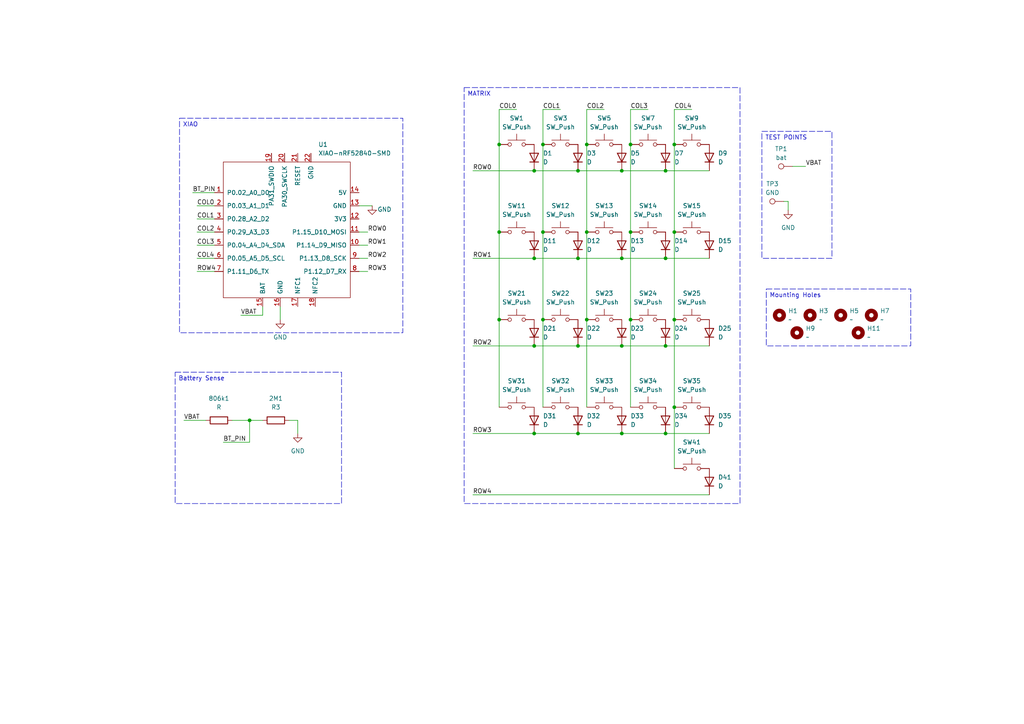
<source format=kicad_sch>
(kicad_sch
	(version 20250114)
	(generator "eeschema")
	(generator_version "9.0")
	(uuid "a19dea69-6269-4b06-b676-5cb6d9393e39")
	(paper "A4")
	(title_block
		(title "EGKey")
		(date "12/5/2025")
		(rev "1")
		(comment 1 "Shourya Mishra")
	)
	(lib_symbols
		(symbol "Connector:TestPoint"
			(pin_numbers
				(hide yes)
			)
			(pin_names
				(offset 0.762)
				(hide yes)
			)
			(exclude_from_sim no)
			(in_bom yes)
			(on_board yes)
			(property "Reference" "TP"
				(at 0 6.858 0)
				(effects
					(font
						(size 1.27 1.27)
					)
				)
			)
			(property "Value" "TestPoint"
				(at 0 5.08 0)
				(effects
					(font
						(size 1.27 1.27)
					)
				)
			)
			(property "Footprint" ""
				(at 5.08 0 0)
				(effects
					(font
						(size 1.27 1.27)
					)
					(hide yes)
				)
			)
			(property "Datasheet" "~"
				(at 5.08 0 0)
				(effects
					(font
						(size 1.27 1.27)
					)
					(hide yes)
				)
			)
			(property "Description" "test point"
				(at 0 0 0)
				(effects
					(font
						(size 1.27 1.27)
					)
					(hide yes)
				)
			)
			(property "ki_keywords" "test point tp"
				(at 0 0 0)
				(effects
					(font
						(size 1.27 1.27)
					)
					(hide yes)
				)
			)
			(property "ki_fp_filters" "Pin* Test*"
				(at 0 0 0)
				(effects
					(font
						(size 1.27 1.27)
					)
					(hide yes)
				)
			)
			(symbol "TestPoint_0_1"
				(circle
					(center 0 3.302)
					(radius 0.762)
					(stroke
						(width 0)
						(type default)
					)
					(fill
						(type none)
					)
				)
			)
			(symbol "TestPoint_1_1"
				(pin passive line
					(at 0 0 90)
					(length 2.54)
					(name "1"
						(effects
							(font
								(size 1.27 1.27)
							)
						)
					)
					(number "1"
						(effects
							(font
								(size 1.27 1.27)
							)
						)
					)
				)
			)
			(embedded_fonts no)
		)
		(symbol "Device:D"
			(pin_numbers
				(hide yes)
			)
			(pin_names
				(offset 1.016)
				(hide yes)
			)
			(exclude_from_sim no)
			(in_bom yes)
			(on_board yes)
			(property "Reference" "D"
				(at 0 2.54 0)
				(effects
					(font
						(size 1.27 1.27)
					)
				)
			)
			(property "Value" "D"
				(at 0 -2.54 0)
				(effects
					(font
						(size 1.27 1.27)
					)
				)
			)
			(property "Footprint" ""
				(at 0 0 0)
				(effects
					(font
						(size 1.27 1.27)
					)
					(hide yes)
				)
			)
			(property "Datasheet" "~"
				(at 0 0 0)
				(effects
					(font
						(size 1.27 1.27)
					)
					(hide yes)
				)
			)
			(property "Description" "Diode"
				(at 0 0 0)
				(effects
					(font
						(size 1.27 1.27)
					)
					(hide yes)
				)
			)
			(property "Sim.Device" "D"
				(at 0 0 0)
				(effects
					(font
						(size 1.27 1.27)
					)
					(hide yes)
				)
			)
			(property "Sim.Pins" "1=K 2=A"
				(at 0 0 0)
				(effects
					(font
						(size 1.27 1.27)
					)
					(hide yes)
				)
			)
			(property "ki_keywords" "diode"
				(at 0 0 0)
				(effects
					(font
						(size 1.27 1.27)
					)
					(hide yes)
				)
			)
			(property "ki_fp_filters" "TO-???* *_Diode_* *SingleDiode* D_*"
				(at 0 0 0)
				(effects
					(font
						(size 1.27 1.27)
					)
					(hide yes)
				)
			)
			(symbol "D_0_1"
				(polyline
					(pts
						(xy -1.27 1.27) (xy -1.27 -1.27)
					)
					(stroke
						(width 0.254)
						(type default)
					)
					(fill
						(type none)
					)
				)
				(polyline
					(pts
						(xy 1.27 1.27) (xy 1.27 -1.27) (xy -1.27 0) (xy 1.27 1.27)
					)
					(stroke
						(width 0.254)
						(type default)
					)
					(fill
						(type none)
					)
				)
				(polyline
					(pts
						(xy 1.27 0) (xy -1.27 0)
					)
					(stroke
						(width 0)
						(type default)
					)
					(fill
						(type none)
					)
				)
			)
			(symbol "D_1_1"
				(pin passive line
					(at -3.81 0 0)
					(length 2.54)
					(name "K"
						(effects
							(font
								(size 1.27 1.27)
							)
						)
					)
					(number "1"
						(effects
							(font
								(size 1.27 1.27)
							)
						)
					)
				)
				(pin passive line
					(at 3.81 0 180)
					(length 2.54)
					(name "A"
						(effects
							(font
								(size 1.27 1.27)
							)
						)
					)
					(number "2"
						(effects
							(font
								(size 1.27 1.27)
							)
						)
					)
				)
			)
			(embedded_fonts no)
		)
		(symbol "Device:R"
			(pin_numbers
				(hide yes)
			)
			(pin_names
				(offset 0)
			)
			(exclude_from_sim no)
			(in_bom yes)
			(on_board yes)
			(property "Reference" "R"
				(at 2.032 0 90)
				(effects
					(font
						(size 1.27 1.27)
					)
				)
			)
			(property "Value" "R"
				(at 0 0 90)
				(effects
					(font
						(size 1.27 1.27)
					)
				)
			)
			(property "Footprint" ""
				(at -1.778 0 90)
				(effects
					(font
						(size 1.27 1.27)
					)
					(hide yes)
				)
			)
			(property "Datasheet" "~"
				(at 0 0 0)
				(effects
					(font
						(size 1.27 1.27)
					)
					(hide yes)
				)
			)
			(property "Description" "Resistor"
				(at 0 0 0)
				(effects
					(font
						(size 1.27 1.27)
					)
					(hide yes)
				)
			)
			(property "ki_keywords" "R res resistor"
				(at 0 0 0)
				(effects
					(font
						(size 1.27 1.27)
					)
					(hide yes)
				)
			)
			(property "ki_fp_filters" "R_*"
				(at 0 0 0)
				(effects
					(font
						(size 1.27 1.27)
					)
					(hide yes)
				)
			)
			(symbol "R_0_1"
				(rectangle
					(start -1.016 -2.54)
					(end 1.016 2.54)
					(stroke
						(width 0.254)
						(type default)
					)
					(fill
						(type none)
					)
				)
			)
			(symbol "R_1_1"
				(pin passive line
					(at 0 3.81 270)
					(length 1.27)
					(name "~"
						(effects
							(font
								(size 1.27 1.27)
							)
						)
					)
					(number "1"
						(effects
							(font
								(size 1.27 1.27)
							)
						)
					)
				)
				(pin passive line
					(at 0 -3.81 90)
					(length 1.27)
					(name "~"
						(effects
							(font
								(size 1.27 1.27)
							)
						)
					)
					(number "2"
						(effects
							(font
								(size 1.27 1.27)
							)
						)
					)
				)
			)
			(embedded_fonts no)
		)
		(symbol "Mechanical:MountingHole"
			(pin_names
				(offset 1.016)
			)
			(exclude_from_sim no)
			(in_bom no)
			(on_board yes)
			(property "Reference" "H"
				(at 0 5.08 0)
				(effects
					(font
						(size 1.27 1.27)
					)
				)
			)
			(property "Value" "MountingHole"
				(at 0 3.175 0)
				(effects
					(font
						(size 1.27 1.27)
					)
				)
			)
			(property "Footprint" ""
				(at 0 0 0)
				(effects
					(font
						(size 1.27 1.27)
					)
					(hide yes)
				)
			)
			(property "Datasheet" "~"
				(at 0 0 0)
				(effects
					(font
						(size 1.27 1.27)
					)
					(hide yes)
				)
			)
			(property "Description" "Mounting Hole without connection"
				(at 0 0 0)
				(effects
					(font
						(size 1.27 1.27)
					)
					(hide yes)
				)
			)
			(property "ki_keywords" "mounting hole"
				(at 0 0 0)
				(effects
					(font
						(size 1.27 1.27)
					)
					(hide yes)
				)
			)
			(property "ki_fp_filters" "MountingHole*"
				(at 0 0 0)
				(effects
					(font
						(size 1.27 1.27)
					)
					(hide yes)
				)
			)
			(symbol "MountingHole_0_1"
				(circle
					(center 0 0)
					(radius 1.27)
					(stroke
						(width 1.27)
						(type default)
					)
					(fill
						(type none)
					)
				)
			)
			(embedded_fonts no)
		)
		(symbol "OPL:XIAO-nRF52840-SMD"
			(pin_names
				(offset 1.016)
			)
			(exclude_from_sim no)
			(in_bom yes)
			(on_board yes)
			(property "Reference" "U"
				(at -18.542 23.114 0)
				(effects
					(font
						(size 1.27 1.27)
					)
				)
			)
			(property "Value" "XIAO-nRF52840-SMD"
				(at -8.636 21.336 0)
				(effects
					(font
						(size 1.27 1.27)
					)
				)
			)
			(property "Footprint" ""
				(at -8.89 5.08 0)
				(effects
					(font
						(size 1.27 1.27)
					)
					(hide yes)
				)
			)
			(property "Datasheet" ""
				(at -8.89 5.08 0)
				(effects
					(font
						(size 1.27 1.27)
					)
					(hide yes)
				)
			)
			(property "Description" ""
				(at 0 0 0)
				(effects
					(font
						(size 1.27 1.27)
					)
					(hide yes)
				)
			)
			(symbol "XIAO-nRF52840-SMD_0_1"
				(rectangle
					(start -19.05 20.32)
					(end 17.78 -19.05)
					(stroke
						(width 0)
						(type default)
					)
					(fill
						(type none)
					)
				)
			)
			(symbol "XIAO-nRF52840-SMD_1_1"
				(pin passive line
					(at -21.59 11.43 0)
					(length 2.54)
					(name "P0.02_A0_D0"
						(effects
							(font
								(size 1.27 1.27)
							)
						)
					)
					(number "1"
						(effects
							(font
								(size 1.27 1.27)
							)
						)
					)
				)
				(pin passive line
					(at -21.59 7.62 0)
					(length 2.54)
					(name "P0.03_A1_D1"
						(effects
							(font
								(size 1.27 1.27)
							)
						)
					)
					(number "2"
						(effects
							(font
								(size 1.27 1.27)
							)
						)
					)
				)
				(pin passive line
					(at -21.59 3.81 0)
					(length 2.54)
					(name "P0.28_A2_D2"
						(effects
							(font
								(size 1.27 1.27)
							)
						)
					)
					(number "3"
						(effects
							(font
								(size 1.27 1.27)
							)
						)
					)
				)
				(pin passive line
					(at -21.59 0 0)
					(length 2.54)
					(name "P0.29_A3_D3"
						(effects
							(font
								(size 1.27 1.27)
							)
						)
					)
					(number "4"
						(effects
							(font
								(size 1.27 1.27)
							)
						)
					)
				)
				(pin passive line
					(at -21.59 -3.81 0)
					(length 2.54)
					(name "P0.04_A4_D4_SDA"
						(effects
							(font
								(size 1.27 1.27)
							)
						)
					)
					(number "5"
						(effects
							(font
								(size 1.27 1.27)
							)
						)
					)
				)
				(pin passive line
					(at -21.59 -7.62 0)
					(length 2.54)
					(name "P0.05_A5_D5_SCL"
						(effects
							(font
								(size 1.27 1.27)
							)
						)
					)
					(number "6"
						(effects
							(font
								(size 1.27 1.27)
							)
						)
					)
				)
				(pin passive line
					(at -21.59 -11.43 0)
					(length 2.54)
					(name "P1.11_D6_TX"
						(effects
							(font
								(size 1.27 1.27)
							)
						)
					)
					(number "7"
						(effects
							(font
								(size 1.27 1.27)
							)
						)
					)
				)
				(pin passive line
					(at -7.62 -21.59 90)
					(length 2.54)
					(name "BAT"
						(effects
							(font
								(size 1.27 1.27)
							)
						)
					)
					(number "15"
						(effects
							(font
								(size 1.27 1.27)
							)
						)
					)
				)
				(pin passive line
					(at -5.08 22.86 270)
					(length 2.54)
					(name "PA31_SWDIO"
						(effects
							(font
								(size 1.27 1.27)
							)
						)
					)
					(number "19"
						(effects
							(font
								(size 1.27 1.27)
							)
						)
					)
				)
				(pin passive line
					(at -2.54 -21.59 90)
					(length 2.54)
					(name "GND"
						(effects
							(font
								(size 1.27 1.27)
							)
						)
					)
					(number "16"
						(effects
							(font
								(size 1.27 1.27)
							)
						)
					)
				)
				(pin passive line
					(at -1.27 22.86 270)
					(length 2.54)
					(name "PA30_SWCLK"
						(effects
							(font
								(size 1.27 1.27)
							)
						)
					)
					(number "20"
						(effects
							(font
								(size 1.27 1.27)
							)
						)
					)
				)
				(pin passive line
					(at 2.54 22.86 270)
					(length 2.54)
					(name "RESET"
						(effects
							(font
								(size 1.27 1.27)
							)
						)
					)
					(number "21"
						(effects
							(font
								(size 1.27 1.27)
							)
						)
					)
				)
				(pin passive line
					(at 2.54 -21.59 90)
					(length 2.54)
					(name "NFC1"
						(effects
							(font
								(size 1.27 1.27)
							)
						)
					)
					(number "17"
						(effects
							(font
								(size 1.27 1.27)
							)
						)
					)
				)
				(pin passive line
					(at 6.35 22.86 270)
					(length 2.54)
					(name "GND"
						(effects
							(font
								(size 1.27 1.27)
							)
						)
					)
					(number "22"
						(effects
							(font
								(size 1.27 1.27)
							)
						)
					)
				)
				(pin passive line
					(at 7.62 -21.59 90)
					(length 2.54)
					(name "NFC2"
						(effects
							(font
								(size 1.27 1.27)
							)
						)
					)
					(number "18"
						(effects
							(font
								(size 1.27 1.27)
							)
						)
					)
				)
				(pin passive line
					(at 20.32 11.43 180)
					(length 2.54)
					(name "5V"
						(effects
							(font
								(size 1.27 1.27)
							)
						)
					)
					(number "14"
						(effects
							(font
								(size 1.27 1.27)
							)
						)
					)
				)
				(pin passive line
					(at 20.32 7.62 180)
					(length 2.54)
					(name "GND"
						(effects
							(font
								(size 1.27 1.27)
							)
						)
					)
					(number "13"
						(effects
							(font
								(size 1.27 1.27)
							)
						)
					)
				)
				(pin passive line
					(at 20.32 3.81 180)
					(length 2.54)
					(name "3V3"
						(effects
							(font
								(size 1.27 1.27)
							)
						)
					)
					(number "12"
						(effects
							(font
								(size 1.27 1.27)
							)
						)
					)
				)
				(pin passive line
					(at 20.32 0 180)
					(length 2.54)
					(name "P1.15_D10_MOSI"
						(effects
							(font
								(size 1.27 1.27)
							)
						)
					)
					(number "11"
						(effects
							(font
								(size 1.27 1.27)
							)
						)
					)
				)
				(pin passive line
					(at 20.32 -3.81 180)
					(length 2.54)
					(name "P1.14_D9_MISO"
						(effects
							(font
								(size 1.27 1.27)
							)
						)
					)
					(number "10"
						(effects
							(font
								(size 1.27 1.27)
							)
						)
					)
				)
				(pin passive line
					(at 20.32 -7.62 180)
					(length 2.54)
					(name "P1.13_D8_SCK"
						(effects
							(font
								(size 1.27 1.27)
							)
						)
					)
					(number "9"
						(effects
							(font
								(size 1.27 1.27)
							)
						)
					)
				)
				(pin passive line
					(at 20.32 -11.43 180)
					(length 2.54)
					(name "P1.12_D7_RX"
						(effects
							(font
								(size 1.27 1.27)
							)
						)
					)
					(number "8"
						(effects
							(font
								(size 1.27 1.27)
							)
						)
					)
				)
			)
			(embedded_fonts no)
		)
		(symbol "Switch:SW_Push"
			(pin_numbers
				(hide yes)
			)
			(pin_names
				(offset 1.016)
				(hide yes)
			)
			(exclude_from_sim no)
			(in_bom yes)
			(on_board yes)
			(property "Reference" "SW"
				(at 1.27 2.54 0)
				(effects
					(font
						(size 1.27 1.27)
					)
					(justify left)
				)
			)
			(property "Value" "SW_Push"
				(at 0 -1.524 0)
				(effects
					(font
						(size 1.27 1.27)
					)
				)
			)
			(property "Footprint" ""
				(at 0 5.08 0)
				(effects
					(font
						(size 1.27 1.27)
					)
					(hide yes)
				)
			)
			(property "Datasheet" "~"
				(at 0 5.08 0)
				(effects
					(font
						(size 1.27 1.27)
					)
					(hide yes)
				)
			)
			(property "Description" "Push button switch, generic, two pins"
				(at 0 0 0)
				(effects
					(font
						(size 1.27 1.27)
					)
					(hide yes)
				)
			)
			(property "ki_keywords" "switch normally-open pushbutton push-button"
				(at 0 0 0)
				(effects
					(font
						(size 1.27 1.27)
					)
					(hide yes)
				)
			)
			(symbol "SW_Push_0_1"
				(circle
					(center -2.032 0)
					(radius 0.508)
					(stroke
						(width 0)
						(type default)
					)
					(fill
						(type none)
					)
				)
				(polyline
					(pts
						(xy 0 1.27) (xy 0 3.048)
					)
					(stroke
						(width 0)
						(type default)
					)
					(fill
						(type none)
					)
				)
				(circle
					(center 2.032 0)
					(radius 0.508)
					(stroke
						(width 0)
						(type default)
					)
					(fill
						(type none)
					)
				)
				(polyline
					(pts
						(xy 2.54 1.27) (xy -2.54 1.27)
					)
					(stroke
						(width 0)
						(type default)
					)
					(fill
						(type none)
					)
				)
				(pin passive line
					(at -5.08 0 0)
					(length 2.54)
					(name "1"
						(effects
							(font
								(size 1.27 1.27)
							)
						)
					)
					(number "1"
						(effects
							(font
								(size 1.27 1.27)
							)
						)
					)
				)
				(pin passive line
					(at 5.08 0 180)
					(length 2.54)
					(name "2"
						(effects
							(font
								(size 1.27 1.27)
							)
						)
					)
					(number "2"
						(effects
							(font
								(size 1.27 1.27)
							)
						)
					)
				)
			)
			(embedded_fonts no)
		)
		(symbol "power:GND"
			(power)
			(pin_numbers
				(hide yes)
			)
			(pin_names
				(offset 0)
				(hide yes)
			)
			(exclude_from_sim no)
			(in_bom yes)
			(on_board yes)
			(property "Reference" "#PWR"
				(at 0 -6.35 0)
				(effects
					(font
						(size 1.27 1.27)
					)
					(hide yes)
				)
			)
			(property "Value" "GND"
				(at 0 -3.81 0)
				(effects
					(font
						(size 1.27 1.27)
					)
				)
			)
			(property "Footprint" ""
				(at 0 0 0)
				(effects
					(font
						(size 1.27 1.27)
					)
					(hide yes)
				)
			)
			(property "Datasheet" ""
				(at 0 0 0)
				(effects
					(font
						(size 1.27 1.27)
					)
					(hide yes)
				)
			)
			(property "Description" "Power symbol creates a global label with name \"GND\" , ground"
				(at 0 0 0)
				(effects
					(font
						(size 1.27 1.27)
					)
					(hide yes)
				)
			)
			(property "ki_keywords" "global power"
				(at 0 0 0)
				(effects
					(font
						(size 1.27 1.27)
					)
					(hide yes)
				)
			)
			(symbol "GND_0_1"
				(polyline
					(pts
						(xy 0 0) (xy 0 -1.27) (xy 1.27 -1.27) (xy 0 -2.54) (xy -1.27 -1.27) (xy 0 -1.27)
					)
					(stroke
						(width 0)
						(type default)
					)
					(fill
						(type none)
					)
				)
			)
			(symbol "GND_1_1"
				(pin power_in line
					(at 0 0 270)
					(length 0)
					(name "~"
						(effects
							(font
								(size 1.27 1.27)
							)
						)
					)
					(number "1"
						(effects
							(font
								(size 1.27 1.27)
							)
						)
					)
				)
			)
			(embedded_fonts no)
		)
	)
	(text_box "XIAO\n"
		(exclude_from_sim no)
		(at 52.07 34.29 0)
		(size 64.77 62.23)
		(margins 0.9525 0.9525 0.9525 0.9525)
		(stroke
			(width 0)
			(type dash)
		)
		(fill
			(type none)
		)
		(effects
			(font
				(size 1.27 1.27)
			)
			(justify left top)
		)
		(uuid "31cdd36f-b084-43cd-8352-f108b17f5889")
	)
	(text_box "Battery Sense\n"
		(exclude_from_sim no)
		(at 50.8 107.95 0)
		(size 48.26 38.1)
		(margins 0.9525 0.9525 0.9525 0.9525)
		(stroke
			(width 0)
			(type dash)
		)
		(fill
			(type none)
		)
		(effects
			(font
				(size 1.27 1.27)
			)
			(justify left top)
		)
		(uuid "b826c516-054d-42e1-9a05-840ffabb187d")
	)
	(text_box "Mounting Holes\n"
		(exclude_from_sim no)
		(at 222.25 83.82 0)
		(size 41.91 16.51)
		(margins 0.9525 0.9525 0.9525 0.9525)
		(stroke
			(width 0)
			(type dash)
		)
		(fill
			(type none)
		)
		(effects
			(font
				(size 1.27 1.27)
			)
			(justify left top)
		)
		(uuid "c1a2ebad-e00c-4e27-ae33-1fd5ebc239ad")
	)
	(text_box "MATRIX"
		(exclude_from_sim no)
		(at 134.62 25.4 0)
		(size 80.01 120.65)
		(margins 0.9525 0.9525 0.9525 0.9525)
		(stroke
			(width 0)
			(type dash)
		)
		(fill
			(type none)
		)
		(effects
			(font
				(size 1.27 1.27)
			)
			(justify left top)
		)
		(uuid "d1a41dc4-0833-40cc-9303-c0178feda301")
	)
	(text_box "TEST POINTS\n"
		(exclude_from_sim no)
		(at 220.98 38.1 0)
		(size 20.32 36.83)
		(margins 0.9525 0.9525 0.9525 0.9525)
		(stroke
			(width 0)
			(type dash)
		)
		(fill
			(type none)
		)
		(effects
			(font
				(size 1.27 1.27)
			)
			(justify left top)
		)
		(uuid "e77c6d17-6856-4fc5-95d3-fd1087d851eb")
	)
	(junction
		(at 180.34 74.93)
		(diameter 0)
		(color 0 0 0 0)
		(uuid "08ee0e11-7680-4667-a9f2-7bc14d3db785")
	)
	(junction
		(at 193.04 100.33)
		(diameter 0)
		(color 0 0 0 0)
		(uuid "0e981e46-0ce7-4175-8e93-da851addce70")
	)
	(junction
		(at 180.34 49.53)
		(diameter 0)
		(color 0 0 0 0)
		(uuid "127571df-737d-4efa-9aff-0956bbce63f2")
	)
	(junction
		(at 195.58 41.91)
		(diameter 0)
		(color 0 0 0 0)
		(uuid "12c846c5-afcb-4994-a04e-9eb71f32e915")
	)
	(junction
		(at 182.88 92.71)
		(diameter 0)
		(color 0 0 0 0)
		(uuid "2d2d653a-362e-4a54-b849-8306de772e49")
	)
	(junction
		(at 154.94 100.33)
		(diameter 0)
		(color 0 0 0 0)
		(uuid "30306079-df22-4b2f-8406-4d3ded14b1f3")
	)
	(junction
		(at 157.48 67.31)
		(diameter 0)
		(color 0 0 0 0)
		(uuid "30707138-5a41-4ead-b8ae-7b48e236d3f7")
	)
	(junction
		(at 167.64 49.53)
		(diameter 0)
		(color 0 0 0 0)
		(uuid "32eab2a8-032a-4a86-b3cc-59c455762e36")
	)
	(junction
		(at 170.18 41.91)
		(diameter 0)
		(color 0 0 0 0)
		(uuid "39482aab-6805-4059-9e83-1b8eb5fd6c5f")
	)
	(junction
		(at 182.88 41.91)
		(diameter 0)
		(color 0 0 0 0)
		(uuid "3cf1895f-bf09-4bb2-891a-0b1b0cd0c788")
	)
	(junction
		(at 193.04 74.93)
		(diameter 0)
		(color 0 0 0 0)
		(uuid "428aca5d-259f-442d-bfda-1f3442cdfcb5")
	)
	(junction
		(at 154.94 125.73)
		(diameter 0)
		(color 0 0 0 0)
		(uuid "43105c28-cbc5-4387-b9cd-695407c11b30")
	)
	(junction
		(at 72.39 121.92)
		(diameter 0)
		(color 0 0 0 0)
		(uuid "43179dad-bdb4-44b2-b3c4-6fa102861ad3")
	)
	(junction
		(at 180.34 100.33)
		(diameter 0)
		(color 0 0 0 0)
		(uuid "47146eb7-cf66-4538-ab2c-2f8ef3b106e4")
	)
	(junction
		(at 157.48 92.71)
		(diameter 0)
		(color 0 0 0 0)
		(uuid "4f8307fe-d2ca-4cd4-bc57-0887b9e81ec2")
	)
	(junction
		(at 170.18 67.31)
		(diameter 0)
		(color 0 0 0 0)
		(uuid "50a4d4eb-dd6b-4629-8edd-f0edfad1e647")
	)
	(junction
		(at 157.48 41.91)
		(diameter 0)
		(color 0 0 0 0)
		(uuid "59971a0c-d052-4d20-a8bb-de85eff477c5")
	)
	(junction
		(at 144.78 67.31)
		(diameter 0)
		(color 0 0 0 0)
		(uuid "5bef2984-186f-4e58-9fdd-4410663ff561")
	)
	(junction
		(at 170.18 92.71)
		(diameter 0)
		(color 0 0 0 0)
		(uuid "5ff0ddfd-840e-4a51-98a2-7d601a4753fc")
	)
	(junction
		(at 193.04 125.73)
		(diameter 0)
		(color 0 0 0 0)
		(uuid "60e111b0-840f-4b06-8940-7b5bb0ca1f3b")
	)
	(junction
		(at 154.94 74.93)
		(diameter 0)
		(color 0 0 0 0)
		(uuid "645a3498-326a-4aa4-bc34-b2b1701649e0")
	)
	(junction
		(at 167.64 100.33)
		(diameter 0)
		(color 0 0 0 0)
		(uuid "64a56872-7c7b-4a29-b254-85108f1f274e")
	)
	(junction
		(at 195.58 67.31)
		(diameter 0)
		(color 0 0 0 0)
		(uuid "6d581489-3dce-4282-a857-924a49975f6a")
	)
	(junction
		(at 144.78 92.71)
		(diameter 0)
		(color 0 0 0 0)
		(uuid "73ad7548-074e-47a5-87c4-7484ca798ea4")
	)
	(junction
		(at 167.64 74.93)
		(diameter 0)
		(color 0 0 0 0)
		(uuid "740af8c7-6603-4f53-ab96-b8fceda5082e")
	)
	(junction
		(at 195.58 92.71)
		(diameter 0)
		(color 0 0 0 0)
		(uuid "759025f8-17ab-4ad0-9885-25a844edb538")
	)
	(junction
		(at 195.58 118.11)
		(diameter 0)
		(color 0 0 0 0)
		(uuid "82f749b2-5016-4c31-a45e-7fac6b59fde4")
	)
	(junction
		(at 154.94 49.53)
		(diameter 0)
		(color 0 0 0 0)
		(uuid "b7ffa4eb-7104-47e4-a2bb-9c9f242eed63")
	)
	(junction
		(at 180.34 125.73)
		(diameter 0)
		(color 0 0 0 0)
		(uuid "c249b8c6-96ac-48e3-b95e-cd2e508efcdf")
	)
	(junction
		(at 167.64 125.73)
		(diameter 0)
		(color 0 0 0 0)
		(uuid "d828171b-7de3-4276-b7e2-2235492e3dc0")
	)
	(junction
		(at 182.88 67.31)
		(diameter 0)
		(color 0 0 0 0)
		(uuid "ece64751-28c7-41f6-9a44-3a6459243c4c")
	)
	(junction
		(at 193.04 49.53)
		(diameter 0)
		(color 0 0 0 0)
		(uuid "f2524efa-43f3-4e24-b732-160da3b4c587")
	)
	(junction
		(at 144.78 41.91)
		(diameter 0)
		(color 0 0 0 0)
		(uuid "f59215ce-82a0-4dcd-9fd6-962e2c417681")
	)
	(wire
		(pts
			(xy 195.58 41.91) (xy 195.58 67.31)
		)
		(stroke
			(width 0)
			(type default)
		)
		(uuid "02b089b0-b94c-4a01-a2b5-44d10db108ab")
	)
	(wire
		(pts
			(xy 144.78 92.71) (xy 144.78 118.11)
		)
		(stroke
			(width 0)
			(type default)
		)
		(uuid "0b54812b-6c42-4ed0-8b51-711021b46fa9")
	)
	(wire
		(pts
			(xy 170.18 41.91) (xy 170.18 31.75)
		)
		(stroke
			(width 0)
			(type default)
		)
		(uuid "0e8186f0-f8ab-47d5-be6c-62702098a361")
	)
	(wire
		(pts
			(xy 137.16 125.73) (xy 154.94 125.73)
		)
		(stroke
			(width 0)
			(type default)
		)
		(uuid "0f6b3fb3-ed80-4791-acfc-5d185a02dfd1")
	)
	(wire
		(pts
			(xy 193.04 49.53) (xy 205.74 49.53)
		)
		(stroke
			(width 0)
			(type default)
		)
		(uuid "107d8443-54eb-411d-a3f9-53da29be6175")
	)
	(wire
		(pts
			(xy 154.94 125.73) (xy 167.64 125.73)
		)
		(stroke
			(width 0)
			(type default)
		)
		(uuid "12283e58-5b0f-4a98-b109-1bf8b72e226f")
	)
	(wire
		(pts
			(xy 144.78 31.75) (xy 144.78 41.91)
		)
		(stroke
			(width 0)
			(type default)
		)
		(uuid "12b553a1-85a1-4b04-b909-476d066f67c9")
	)
	(wire
		(pts
			(xy 167.64 49.53) (xy 180.34 49.53)
		)
		(stroke
			(width 0)
			(type default)
		)
		(uuid "15eec897-a091-4ab9-b424-9784d6e49768")
	)
	(wire
		(pts
			(xy 167.64 74.93) (xy 180.34 74.93)
		)
		(stroke
			(width 0)
			(type default)
		)
		(uuid "1e0be19e-4202-4d87-9217-58aa3f89bf22")
	)
	(wire
		(pts
			(xy 180.34 49.53) (xy 193.04 49.53)
		)
		(stroke
			(width 0)
			(type default)
		)
		(uuid "263647fe-9645-49ac-8790-4a2bce702ba4")
	)
	(wire
		(pts
			(xy 57.15 59.69) (xy 62.23 59.69)
		)
		(stroke
			(width 0)
			(type default)
		)
		(uuid "3115142b-2ab8-451b-8367-954137931aab")
	)
	(wire
		(pts
			(xy 157.48 67.31) (xy 157.48 92.71)
		)
		(stroke
			(width 0)
			(type default)
		)
		(uuid "3356bed9-b677-46b9-b76c-3c0889541c47")
	)
	(wire
		(pts
			(xy 86.36 121.92) (xy 86.36 125.73)
		)
		(stroke
			(width 0)
			(type default)
		)
		(uuid "33dc3ba0-c39c-4ef2-adcc-3dc55a62d23c")
	)
	(wire
		(pts
			(xy 67.31 121.92) (xy 72.39 121.92)
		)
		(stroke
			(width 0)
			(type default)
		)
		(uuid "3cc89b00-eb41-4a22-92de-6dd2e2163631")
	)
	(wire
		(pts
			(xy 229.87 48.26) (xy 233.68 48.26)
		)
		(stroke
			(width 0)
			(type default)
		)
		(uuid "44a7c8b1-38d9-4fda-be62-079eb170c5e2")
	)
	(wire
		(pts
			(xy 182.88 92.71) (xy 182.88 118.11)
		)
		(stroke
			(width 0)
			(type default)
		)
		(uuid "4eedfcac-55fc-44ec-acc6-7615fc1af526")
	)
	(wire
		(pts
			(xy 170.18 31.75) (xy 175.26 31.75)
		)
		(stroke
			(width 0)
			(type default)
		)
		(uuid "5cd484dd-f61a-4222-a96c-783d02a48864")
	)
	(wire
		(pts
			(xy 154.94 49.53) (xy 167.64 49.53)
		)
		(stroke
			(width 0)
			(type default)
		)
		(uuid "641da9cd-efba-450e-8da5-0565244a4828")
	)
	(wire
		(pts
			(xy 193.04 100.33) (xy 205.74 100.33)
		)
		(stroke
			(width 0)
			(type default)
		)
		(uuid "6d55988b-b2cd-4bb7-b725-afdb4f58008a")
	)
	(wire
		(pts
			(xy 104.14 59.69) (xy 107.95 59.69)
		)
		(stroke
			(width 0)
			(type default)
		)
		(uuid "6ded208a-e282-4a81-a461-f653bd112d78")
	)
	(wire
		(pts
			(xy 104.14 78.74) (xy 106.68 78.74)
		)
		(stroke
			(width 0)
			(type default)
		)
		(uuid "71d710cc-9fb0-4655-8921-7c5b51aaa735")
	)
	(wire
		(pts
			(xy 72.39 121.92) (xy 72.39 128.27)
		)
		(stroke
			(width 0)
			(type default)
		)
		(uuid "72543e86-85a1-4fa5-bfc4-5c4d0688937c")
	)
	(wire
		(pts
			(xy 227.33 58.42) (xy 228.6 58.42)
		)
		(stroke
			(width 0)
			(type default)
		)
		(uuid "7582c6dc-47fa-495f-8e1b-8f09633c7807")
	)
	(wire
		(pts
			(xy 69.85 91.44) (xy 76.2 91.44)
		)
		(stroke
			(width 0)
			(type default)
		)
		(uuid "76236be3-59c9-47bf-af11-ddaa55143199")
	)
	(wire
		(pts
			(xy 193.04 125.73) (xy 205.74 125.73)
		)
		(stroke
			(width 0)
			(type default)
		)
		(uuid "7766d43a-59bc-48a6-bd10-6c17d6cfe090")
	)
	(wire
		(pts
			(xy 53.34 121.92) (xy 59.69 121.92)
		)
		(stroke
			(width 0)
			(type default)
		)
		(uuid "7a8e7d43-1005-46eb-aff3-1dc8620bd46f")
	)
	(wire
		(pts
			(xy 157.48 92.71) (xy 157.48 118.11)
		)
		(stroke
			(width 0)
			(type default)
		)
		(uuid "7cd14a4d-9e73-488d-8f37-39b35628e21a")
	)
	(wire
		(pts
			(xy 137.16 143.51) (xy 205.74 143.51)
		)
		(stroke
			(width 0)
			(type default)
		)
		(uuid "8728baaa-f968-428d-90c9-7bf18241a928")
	)
	(wire
		(pts
			(xy 157.48 41.91) (xy 157.48 67.31)
		)
		(stroke
			(width 0)
			(type default)
		)
		(uuid "883ffaea-26dc-4bc3-a103-11b86d18ca92")
	)
	(wire
		(pts
			(xy 104.14 74.93) (xy 106.68 74.93)
		)
		(stroke
			(width 0)
			(type default)
		)
		(uuid "89e42347-4984-4a50-b847-68eb9fa9dd9f")
	)
	(wire
		(pts
			(xy 195.58 67.31) (xy 195.58 92.71)
		)
		(stroke
			(width 0)
			(type default)
		)
		(uuid "8d48a2c6-9d25-4550-983f-63dfecbb815f")
	)
	(wire
		(pts
			(xy 57.15 63.5) (xy 62.23 63.5)
		)
		(stroke
			(width 0)
			(type default)
		)
		(uuid "908d3c97-e1c3-41ea-bb3b-2021e5ad525e")
	)
	(wire
		(pts
			(xy 137.16 100.33) (xy 154.94 100.33)
		)
		(stroke
			(width 0)
			(type default)
		)
		(uuid "933444b1-7362-405e-ae52-bc8373f171aa")
	)
	(wire
		(pts
			(xy 55.88 55.88) (xy 62.23 55.88)
		)
		(stroke
			(width 0)
			(type default)
		)
		(uuid "935edf26-06fb-4c4d-a1dc-1f829d28a088")
	)
	(wire
		(pts
			(xy 182.88 31.75) (xy 182.88 41.91)
		)
		(stroke
			(width 0)
			(type default)
		)
		(uuid "9697b49b-c41e-44c7-8d5b-7d459c97f59d")
	)
	(wire
		(pts
			(xy 104.14 67.31) (xy 106.68 67.31)
		)
		(stroke
			(width 0)
			(type default)
		)
		(uuid "9d81bfd0-3493-40a4-b3fe-6e91c98ce234")
	)
	(wire
		(pts
			(xy 154.94 100.33) (xy 167.64 100.33)
		)
		(stroke
			(width 0)
			(type default)
		)
		(uuid "9fd3025c-8357-4a02-b55c-56ea3b7148de")
	)
	(wire
		(pts
			(xy 180.34 74.93) (xy 193.04 74.93)
		)
		(stroke
			(width 0)
			(type default)
		)
		(uuid "a27a70af-a613-47bd-a4ec-d9fdc094088b")
	)
	(wire
		(pts
			(xy 195.58 41.91) (xy 195.58 31.75)
		)
		(stroke
			(width 0)
			(type default)
		)
		(uuid "a3cc6b58-cf90-4f54-8a27-f30ebbfe55cf")
	)
	(wire
		(pts
			(xy 182.88 31.75) (xy 187.96 31.75)
		)
		(stroke
			(width 0)
			(type default)
		)
		(uuid "a54a80df-e9cf-49d3-a3f6-ae04fa7642b7")
	)
	(wire
		(pts
			(xy 170.18 41.91) (xy 170.18 67.31)
		)
		(stroke
			(width 0)
			(type default)
		)
		(uuid "adbe3d93-9eed-43a9-80ef-4273d0b80480")
	)
	(wire
		(pts
			(xy 144.78 31.75) (xy 149.86 31.75)
		)
		(stroke
			(width 0)
			(type default)
		)
		(uuid "afcb0281-ba70-49ec-bb41-b26a9cb2f692")
	)
	(wire
		(pts
			(xy 193.04 74.93) (xy 205.74 74.93)
		)
		(stroke
			(width 0)
			(type default)
		)
		(uuid "b155de8e-828f-4d31-8772-6e74d8aa0bd4")
	)
	(wire
		(pts
			(xy 180.34 125.73) (xy 193.04 125.73)
		)
		(stroke
			(width 0)
			(type default)
		)
		(uuid "b3b785ca-8074-49c0-a53e-a08dd96f2aba")
	)
	(wire
		(pts
			(xy 180.34 100.33) (xy 193.04 100.33)
		)
		(stroke
			(width 0)
			(type default)
		)
		(uuid "b8ad64b0-6e87-4f50-82d5-01978ebdc4c6")
	)
	(wire
		(pts
			(xy 72.39 121.92) (xy 76.2 121.92)
		)
		(stroke
			(width 0)
			(type default)
		)
		(uuid "b8b5bf31-1666-4134-bc4f-1741a4a81e0f")
	)
	(wire
		(pts
			(xy 167.64 125.73) (xy 180.34 125.73)
		)
		(stroke
			(width 0)
			(type default)
		)
		(uuid "bc9b0b80-5ed0-4de2-b9ee-83452ca48ea2")
	)
	(wire
		(pts
			(xy 137.16 74.93) (xy 154.94 74.93)
		)
		(stroke
			(width 0)
			(type default)
		)
		(uuid "c9a8387f-2547-4b51-8487-cc33d338e1d2")
	)
	(wire
		(pts
			(xy 64.77 128.27) (xy 72.39 128.27)
		)
		(stroke
			(width 0)
			(type default)
		)
		(uuid "cb3509df-d82b-4384-82b3-5ed5eb2fe69f")
	)
	(wire
		(pts
			(xy 170.18 67.31) (xy 170.18 92.71)
		)
		(stroke
			(width 0)
			(type default)
		)
		(uuid "cbb5a805-3af5-4a04-97d6-daedae6dd234")
	)
	(wire
		(pts
			(xy 195.58 92.71) (xy 195.58 118.11)
		)
		(stroke
			(width 0)
			(type default)
		)
		(uuid "cf375be8-2574-41dc-ba32-31dece5d6497")
	)
	(wire
		(pts
			(xy 144.78 41.91) (xy 144.78 67.31)
		)
		(stroke
			(width 0)
			(type default)
		)
		(uuid "d0f950d4-b74f-4a79-b6e8-017abc37f0f6")
	)
	(wire
		(pts
			(xy 182.88 41.91) (xy 182.88 67.31)
		)
		(stroke
			(width 0)
			(type default)
		)
		(uuid "d2502865-781b-4c2a-973d-4ffa775cce0a")
	)
	(wire
		(pts
			(xy 104.14 71.12) (xy 106.68 71.12)
		)
		(stroke
			(width 0)
			(type default)
		)
		(uuid "d6acec3e-4374-4530-aac5-4369d8a95760")
	)
	(wire
		(pts
			(xy 195.58 31.75) (xy 200.66 31.75)
		)
		(stroke
			(width 0)
			(type default)
		)
		(uuid "d6d9e029-e39c-4b8f-bf4c-909cb006774e")
	)
	(wire
		(pts
			(xy 57.15 67.31) (xy 62.23 67.31)
		)
		(stroke
			(width 0)
			(type default)
		)
		(uuid "e66adbed-e56a-4423-926a-e3dfea2b565d")
	)
	(wire
		(pts
			(xy 154.94 74.93) (xy 167.64 74.93)
		)
		(stroke
			(width 0)
			(type default)
		)
		(uuid "e6f8a923-3ddd-4dd3-a01a-86ed544fdcc7")
	)
	(wire
		(pts
			(xy 83.82 121.92) (xy 86.36 121.92)
		)
		(stroke
			(width 0)
			(type default)
		)
		(uuid "e83ff090-fab2-43d5-86e0-4eb933c2fa02")
	)
	(wire
		(pts
			(xy 81.28 88.9) (xy 81.28 92.71)
		)
		(stroke
			(width 0)
			(type default)
		)
		(uuid "eafdf09e-ca81-4bd3-82fc-cd97da5cec32")
	)
	(wire
		(pts
			(xy 170.18 92.71) (xy 170.18 118.11)
		)
		(stroke
			(width 0)
			(type default)
		)
		(uuid "ed0702ad-1089-4065-aa3b-a8a3710369aa")
	)
	(wire
		(pts
			(xy 57.15 71.12) (xy 62.23 71.12)
		)
		(stroke
			(width 0)
			(type default)
		)
		(uuid "ee8e6ec2-10b0-4173-b381-262aa6dcbe3c")
	)
	(wire
		(pts
			(xy 57.15 74.93) (xy 62.23 74.93)
		)
		(stroke
			(width 0)
			(type default)
		)
		(uuid "f06f6a0b-cdfe-4ddf-b04d-cb2623360deb")
	)
	(wire
		(pts
			(xy 137.16 49.53) (xy 154.94 49.53)
		)
		(stroke
			(width 0)
			(type default)
		)
		(uuid "f07cf421-c2ca-4d24-8d13-b6945bd3484e")
	)
	(wire
		(pts
			(xy 157.48 41.91) (xy 157.48 31.75)
		)
		(stroke
			(width 0)
			(type default)
		)
		(uuid "f172211f-fe8d-4e87-8c80-4fd6c99f60f2")
	)
	(wire
		(pts
			(xy 195.58 118.11) (xy 195.58 135.89)
		)
		(stroke
			(width 0)
			(type default)
		)
		(uuid "f31b0278-940f-461d-83fc-fb6bd8003839")
	)
	(wire
		(pts
			(xy 144.78 67.31) (xy 144.78 92.71)
		)
		(stroke
			(width 0)
			(type default)
		)
		(uuid "f4f674c3-5a83-4816-8623-9c0ac7ee24a6")
	)
	(wire
		(pts
			(xy 57.15 78.74) (xy 62.23 78.74)
		)
		(stroke
			(width 0)
			(type default)
		)
		(uuid "f4fd00a3-0a3a-4863-9b95-cfc8795147d4")
	)
	(wire
		(pts
			(xy 167.64 100.33) (xy 180.34 100.33)
		)
		(stroke
			(width 0)
			(type default)
		)
		(uuid "f5c8e320-d1d8-4e58-9da7-def1eb362931")
	)
	(wire
		(pts
			(xy 228.6 58.42) (xy 228.6 60.96)
		)
		(stroke
			(width 0)
			(type default)
		)
		(uuid "f8634f3f-505e-4dd9-9e9a-17d782d08cbd")
	)
	(wire
		(pts
			(xy 76.2 88.9) (xy 76.2 91.44)
		)
		(stroke
			(width 0)
			(type default)
		)
		(uuid "f8e71db6-7006-4f8e-89bf-83ace6b0f887")
	)
	(wire
		(pts
			(xy 182.88 67.31) (xy 182.88 92.71)
		)
		(stroke
			(width 0)
			(type default)
		)
		(uuid "fcfa63a7-481c-4f35-afc0-f1e3ef8093cb")
	)
	(wire
		(pts
			(xy 157.48 31.75) (xy 162.56 31.75)
		)
		(stroke
			(width 0)
			(type default)
		)
		(uuid "fd909520-aa2d-4d25-a359-f9e71960a0da")
	)
	(label "COL1"
		(at 157.48 31.75 0)
		(effects
			(font
				(size 1.27 1.27)
			)
			(justify left bottom)
		)
		(uuid "1fb529b4-0751-4c3a-ab4f-5772ac54aa01")
	)
	(label "VBAT"
		(at 233.68 48.26 0)
		(effects
			(font
				(size 1.27 1.27)
			)
			(justify left bottom)
		)
		(uuid "20d62fc4-20fb-414a-ae15-5cefba5622ad")
	)
	(label "VBAT"
		(at 53.34 121.92 0)
		(effects
			(font
				(size 1.27 1.27)
			)
			(justify left bottom)
		)
		(uuid "46f6b396-a33a-49cc-933d-89d30272d08f")
	)
	(label "COL0"
		(at 57.15 59.69 0)
		(effects
			(font
				(size 1.27 1.27)
			)
			(justify left bottom)
		)
		(uuid "6341dc3f-bb68-4914-885f-a96322a649be")
	)
	(label "COL0"
		(at 144.78 31.75 0)
		(effects
			(font
				(size 1.27 1.27)
			)
			(justify left bottom)
		)
		(uuid "655f2cdd-7b44-406d-8cee-0f823da9474c")
	)
	(label "ROW0"
		(at 137.16 49.53 0)
		(effects
			(font
				(size 1.27 1.27)
			)
			(justify left bottom)
		)
		(uuid "65aaed8f-2501-486c-9c28-c51a87b5c643")
	)
	(label "COL4"
		(at 195.58 31.75 0)
		(effects
			(font
				(size 1.27 1.27)
			)
			(justify left bottom)
		)
		(uuid "6a751364-ce64-43fa-8a1e-f6ef1e5c4b7c")
	)
	(label "ROW1"
		(at 137.16 74.93 0)
		(effects
			(font
				(size 1.27 1.27)
			)
			(justify left bottom)
		)
		(uuid "8d425bc6-bc5b-4d17-9d9d-a64d675b899a")
	)
	(label "COL2"
		(at 57.15 67.31 0)
		(effects
			(font
				(size 1.27 1.27)
			)
			(justify left bottom)
		)
		(uuid "8f2ad8e7-1479-4b19-aebd-9edb01d8565f")
	)
	(label "COL1"
		(at 57.15 63.5 0)
		(effects
			(font
				(size 1.27 1.27)
			)
			(justify left bottom)
		)
		(uuid "9044ce94-bae3-4417-aa3c-26cf70ce997e")
	)
	(label "ROW0"
		(at 106.68 67.31 0)
		(effects
			(font
				(size 1.27 1.27)
			)
			(justify left bottom)
		)
		(uuid "92115d2c-1074-40fd-8637-bbd2d3c38ccd")
	)
	(label "ROW2"
		(at 106.68 74.93 0)
		(effects
			(font
				(size 1.27 1.27)
			)
			(justify left bottom)
		)
		(uuid "92b375af-e217-4700-8496-6e91d2ea6db0")
	)
	(label "ROW4"
		(at 137.16 143.51 0)
		(effects
			(font
				(size 1.27 1.27)
			)
			(justify left bottom)
		)
		(uuid "98a9c8cc-a2c8-40f9-89c8-44a8c2750a4a")
	)
	(label "ROW4"
		(at 57.15 78.74 0)
		(effects
			(font
				(size 1.27 1.27)
			)
			(justify left bottom)
		)
		(uuid "9a2b25ea-0c99-44fa-890a-842c1e1aa433")
	)
	(label "BT_PIN"
		(at 64.77 128.27 0)
		(effects
			(font
				(size 1.27 1.27)
			)
			(justify left bottom)
		)
		(uuid "9b9c8d4f-9aa3-492e-9b0e-76889cd08101")
	)
	(label "COL4"
		(at 57.15 74.93 0)
		(effects
			(font
				(size 1.27 1.27)
			)
			(justify left bottom)
		)
		(uuid "a76aa1a3-9072-41c0-b095-dd219256d934")
	)
	(label "COL3"
		(at 57.15 71.12 0)
		(effects
			(font
				(size 1.27 1.27)
			)
			(justify left bottom)
		)
		(uuid "a913039d-dda5-4c54-bbbb-ab0333710c94")
	)
	(label "VBAT"
		(at 69.85 91.44 0)
		(effects
			(font
				(size 1.27 1.27)
			)
			(justify left bottom)
		)
		(uuid "ae11e883-871d-4689-a8f3-3b6d82e639b7")
	)
	(label "COL2"
		(at 170.18 31.75 0)
		(effects
			(font
				(size 1.27 1.27)
			)
			(justify left bottom)
		)
		(uuid "b21acecf-f18c-4781-8de3-e80106ed6f47")
	)
	(label "ROW3"
		(at 106.68 78.74 0)
		(effects
			(font
				(size 1.27 1.27)
			)
			(justify left bottom)
		)
		(uuid "b59e9b63-3812-44db-be9d-06be6c2d859f")
	)
	(label "ROW3"
		(at 137.16 125.73 0)
		(effects
			(font
				(size 1.27 1.27)
			)
			(justify left bottom)
		)
		(uuid "bff07a7f-f1bc-4a4e-a3d7-aadfec53778f")
	)
	(label "COL3"
		(at 182.88 31.75 0)
		(effects
			(font
				(size 1.27 1.27)
			)
			(justify left bottom)
		)
		(uuid "d4186629-12f8-46d4-988c-cd5d146b25f9")
	)
	(label "ROW2"
		(at 137.16 100.33 0)
		(effects
			(font
				(size 1.27 1.27)
			)
			(justify left bottom)
		)
		(uuid "d4bf8757-2789-4f53-ac60-7e666060c189")
	)
	(label "ROW1"
		(at 106.68 71.12 0)
		(effects
			(font
				(size 1.27 1.27)
			)
			(justify left bottom)
		)
		(uuid "f5c6e05e-c0bc-4024-b41b-0202abd2e9e9")
	)
	(label "BT_PIN"
		(at 55.88 55.88 0)
		(effects
			(font
				(size 1.27 1.27)
			)
			(justify left bottom)
		)
		(uuid "fb4e6ca9-3318-467e-ba18-85cd51709a46")
	)
	(symbol
		(lib_id "Device:D")
		(at 180.34 96.52 90)
		(unit 1)
		(exclude_from_sim no)
		(in_bom yes)
		(on_board yes)
		(dnp no)
		(fields_autoplaced yes)
		(uuid "03680fb6-5100-4b6f-8851-d788f7f52dd7")
		(property "Reference" "D23"
			(at 182.88 95.2499 90)
			(effects
				(font
					(size 1.27 1.27)
				)
				(justify right)
			)
		)
		(property "Value" "D"
			(at 182.88 97.7899 90)
			(effects
				(font
					(size 1.27 1.27)
				)
				(justify right)
			)
		)
		(property "Footprint" "Diode_SMD:D_SOD-123"
			(at 180.34 96.52 0)
			(effects
				(font
					(size 1.27 1.27)
				)
				(hide yes)
			)
		)
		(property "Datasheet" "~"
			(at 180.34 96.52 0)
			(effects
				(font
					(size 1.27 1.27)
				)
				(hide yes)
			)
		)
		(property "Description" "Diode"
			(at 180.34 96.52 0)
			(effects
				(font
					(size 1.27 1.27)
				)
				(hide yes)
			)
		)
		(property "Sim.Device" "D"
			(at 180.34 96.52 0)
			(effects
				(font
					(size 1.27 1.27)
				)
				(hide yes)
			)
		)
		(property "Sim.Pins" "1=K 2=A"
			(at 180.34 96.52 0)
			(effects
				(font
					(size 1.27 1.27)
				)
				(hide yes)
			)
		)
		(pin "1"
			(uuid "59a5a828-64d5-48ac-96f4-fce975af9abe")
		)
		(pin "2"
			(uuid "34bb56c4-611e-47c6-8295-36fcf08966a3")
		)
		(instances
			(project "ErgoKey"
				(path "/0a57ff4e-b46a-4530-8e3f-90e92dc28089/24bf7bb0-0743-41e9-964e-34fb91c95aa7"
					(reference "D23")
					(unit 1)
				)
				(path "/0a57ff4e-b46a-4530-8e3f-90e92dc28089/b81c6d7f-6c20-4b58-8858-ee7eb19240c1"
					(reference "D28")
					(unit 1)
				)
			)
		)
	)
	(symbol
		(lib_id "Mechanical:MountingHole")
		(at 234.95 91.44 0)
		(unit 1)
		(exclude_from_sim no)
		(in_bom no)
		(on_board yes)
		(dnp no)
		(fields_autoplaced yes)
		(uuid "077b2cc7-167e-4a5b-8f19-eb3597cdf91f")
		(property "Reference" "H3"
			(at 237.49 90.1699 0)
			(effects
				(font
					(size 1.27 1.27)
				)
				(justify left)
			)
		)
		(property "Value" "~"
			(at 237.49 92.7099 0)
			(effects
				(font
					(size 1.27 1.27)
				)
				(justify left)
			)
		)
		(property "Footprint" "Panelization:mouse-bite-5mm-slot"
			(at 234.95 91.44 0)
			(effects
				(font
					(size 1.27 1.27)
				)
				(hide yes)
			)
		)
		(property "Datasheet" "~"
			(at 234.95 91.44 0)
			(effects
				(font
					(size 1.27 1.27)
				)
				(hide yes)
			)
		)
		(property "Description" "Mounting Hole without connection"
			(at 234.95 91.44 0)
			(effects
				(font
					(size 1.27 1.27)
				)
				(hide yes)
			)
		)
		(instances
			(project "ErgoKey"
				(path "/0a57ff4e-b46a-4530-8e3f-90e92dc28089/24bf7bb0-0743-41e9-964e-34fb91c95aa7"
					(reference "H3")
					(unit 1)
				)
				(path "/0a57ff4e-b46a-4530-8e3f-90e92dc28089/b81c6d7f-6c20-4b58-8858-ee7eb19240c1"
					(reference "H4")
					(unit 1)
				)
			)
		)
	)
	(symbol
		(lib_id "Switch:SW_Push")
		(at 149.86 41.91 0)
		(unit 1)
		(exclude_from_sim no)
		(in_bom yes)
		(on_board yes)
		(dnp no)
		(fields_autoplaced yes)
		(uuid "091746bc-0c65-4de6-b212-09f493eda7d6")
		(property "Reference" "SW1"
			(at 149.86 34.29 0)
			(effects
				(font
					(size 1.27 1.27)
				)
			)
		)
		(property "Value" "SW_Push"
			(at 149.86 36.83 0)
			(effects
				(font
					(size 1.27 1.27)
				)
			)
		)
		(property "Footprint" "Button_Switch_Keyboard:SW_Cherry_MX_1.00u_PCB"
			(at 149.86 36.83 0)
			(effects
				(font
					(size 1.27 1.27)
				)
				(hide yes)
			)
		)
		(property "Datasheet" "~"
			(at 149.86 36.83 0)
			(effects
				(font
					(size 1.27 1.27)
				)
				(hide yes)
			)
		)
		(property "Description" "Push button switch, generic, two pins"
			(at 149.86 41.91 0)
			(effects
				(font
					(size 1.27 1.27)
				)
				(hide yes)
			)
		)
		(pin "1"
			(uuid "e6192d74-3807-4523-9f26-6889a1a1b464")
		)
		(pin "2"
			(uuid "5d89282a-3cec-4a53-889a-a3b4848a6011")
		)
		(instances
			(project ""
				(path "/0a57ff4e-b46a-4530-8e3f-90e92dc28089/24bf7bb0-0743-41e9-964e-34fb91c95aa7"
					(reference "SW1")
					(unit 1)
				)
				(path "/0a57ff4e-b46a-4530-8e3f-90e92dc28089/b81c6d7f-6c20-4b58-8858-ee7eb19240c1"
					(reference "SW2")
					(unit 1)
				)
			)
		)
	)
	(symbol
		(lib_id "Device:D")
		(at 205.74 71.12 90)
		(unit 1)
		(exclude_from_sim no)
		(in_bom yes)
		(on_board yes)
		(dnp no)
		(fields_autoplaced yes)
		(uuid "0ceded8e-4b08-4e11-9051-277bf093ddbf")
		(property "Reference" "D15"
			(at 208.28 69.8499 90)
			(effects
				(font
					(size 1.27 1.27)
				)
				(justify right)
			)
		)
		(property "Value" "D"
			(at 208.28 72.3899 90)
			(effects
				(font
					(size 1.27 1.27)
				)
				(justify right)
			)
		)
		(property "Footprint" "Diode_SMD:D_SOD-123"
			(at 205.74 71.12 0)
			(effects
				(font
					(size 1.27 1.27)
				)
				(hide yes)
			)
		)
		(property "Datasheet" "~"
			(at 205.74 71.12 0)
			(effects
				(font
					(size 1.27 1.27)
				)
				(hide yes)
			)
		)
		(property "Description" "Diode"
			(at 205.74 71.12 0)
			(effects
				(font
					(size 1.27 1.27)
				)
				(hide yes)
			)
		)
		(property "Sim.Device" "D"
			(at 205.74 71.12 0)
			(effects
				(font
					(size 1.27 1.27)
				)
				(hide yes)
			)
		)
		(property "Sim.Pins" "1=K 2=A"
			(at 205.74 71.12 0)
			(effects
				(font
					(size 1.27 1.27)
				)
				(hide yes)
			)
		)
		(pin "1"
			(uuid "c37f8a50-76ef-45f7-aefd-51b26bcf409f")
		)
		(pin "2"
			(uuid "b75d661a-4a9b-4604-ba46-11d719a04446")
		)
		(instances
			(project "ErgoKey"
				(path "/0a57ff4e-b46a-4530-8e3f-90e92dc28089/24bf7bb0-0743-41e9-964e-34fb91c95aa7"
					(reference "D15")
					(unit 1)
				)
				(path "/0a57ff4e-b46a-4530-8e3f-90e92dc28089/b81c6d7f-6c20-4b58-8858-ee7eb19240c1"
					(reference "D20")
					(unit 1)
				)
			)
		)
	)
	(symbol
		(lib_id "power:GND")
		(at 107.95 59.69 0)
		(unit 1)
		(exclude_from_sim no)
		(in_bom yes)
		(on_board yes)
		(dnp no)
		(uuid "16b216bb-2d82-402a-a661-1246609e8d4a")
		(property "Reference" "#PWR01"
			(at 107.95 66.04 0)
			(effects
				(font
					(size 1.27 1.27)
				)
				(hide yes)
			)
		)
		(property "Value" "GND"
			(at 109.474 61.468 0)
			(effects
				(font
					(size 1.27 1.27)
				)
				(justify left bottom)
			)
		)
		(property "Footprint" ""
			(at 107.95 59.69 0)
			(effects
				(font
					(size 1.27 1.27)
				)
				(hide yes)
			)
		)
		(property "Datasheet" ""
			(at 107.95 59.69 0)
			(effects
				(font
					(size 1.27 1.27)
				)
				(hide yes)
			)
		)
		(property "Description" "Power symbol creates a global label with name \"GND\" , ground"
			(at 107.95 59.69 0)
			(effects
				(font
					(size 1.27 1.27)
				)
				(hide yes)
			)
		)
		(pin "1"
			(uuid "36d7d759-47ed-4f5e-b898-188eaaff9a02")
		)
		(instances
			(project ""
				(path "/0a57ff4e-b46a-4530-8e3f-90e92dc28089/24bf7bb0-0743-41e9-964e-34fb91c95aa7"
					(reference "#PWR01")
					(unit 1)
				)
				(path "/0a57ff4e-b46a-4530-8e3f-90e92dc28089/b81c6d7f-6c20-4b58-8858-ee7eb19240c1"
					(reference "#PWR02")
					(unit 1)
				)
			)
		)
	)
	(symbol
		(lib_id "Device:D")
		(at 154.94 71.12 90)
		(unit 1)
		(exclude_from_sim no)
		(in_bom yes)
		(on_board yes)
		(dnp no)
		(fields_autoplaced yes)
		(uuid "172e2dba-b982-4bc3-9731-38383b37f8c5")
		(property "Reference" "D11"
			(at 157.48 69.8499 90)
			(effects
				(font
					(size 1.27 1.27)
				)
				(justify right)
			)
		)
		(property "Value" "D"
			(at 157.48 72.3899 90)
			(effects
				(font
					(size 1.27 1.27)
				)
				(justify right)
			)
		)
		(property "Footprint" "Diode_SMD:D_SOD-123"
			(at 154.94 71.12 0)
			(effects
				(font
					(size 1.27 1.27)
				)
				(hide yes)
			)
		)
		(property "Datasheet" "~"
			(at 154.94 71.12 0)
			(effects
				(font
					(size 1.27 1.27)
				)
				(hide yes)
			)
		)
		(property "Description" "Diode"
			(at 154.94 71.12 0)
			(effects
				(font
					(size 1.27 1.27)
				)
				(hide yes)
			)
		)
		(property "Sim.Device" "D"
			(at 154.94 71.12 0)
			(effects
				(font
					(size 1.27 1.27)
				)
				(hide yes)
			)
		)
		(property "Sim.Pins" "1=K 2=A"
			(at 154.94 71.12 0)
			(effects
				(font
					(size 1.27 1.27)
				)
				(hide yes)
			)
		)
		(pin "1"
			(uuid "3cafeb4d-414e-4438-b986-14e970e89041")
		)
		(pin "2"
			(uuid "90a8b72c-ef9f-4e49-9068-460d6b317306")
		)
		(instances
			(project "ErgoKey"
				(path "/0a57ff4e-b46a-4530-8e3f-90e92dc28089/24bf7bb0-0743-41e9-964e-34fb91c95aa7"
					(reference "D11")
					(unit 1)
				)
				(path "/0a57ff4e-b46a-4530-8e3f-90e92dc28089/b81c6d7f-6c20-4b58-8858-ee7eb19240c1"
					(reference "D16")
					(unit 1)
				)
			)
		)
	)
	(symbol
		(lib_id "Device:D")
		(at 193.04 121.92 90)
		(unit 1)
		(exclude_from_sim no)
		(in_bom yes)
		(on_board yes)
		(dnp no)
		(fields_autoplaced yes)
		(uuid "1ad474f3-0a71-4c22-a3fb-eb762dd6cd89")
		(property "Reference" "D34"
			(at 195.58 120.6499 90)
			(effects
				(font
					(size 1.27 1.27)
				)
				(justify right)
			)
		)
		(property "Value" "D"
			(at 195.58 123.1899 90)
			(effects
				(font
					(size 1.27 1.27)
				)
				(justify right)
			)
		)
		(property "Footprint" "Diode_SMD:D_SOD-123"
			(at 193.04 121.92 0)
			(effects
				(font
					(size 1.27 1.27)
				)
				(hide yes)
			)
		)
		(property "Datasheet" "~"
			(at 193.04 121.92 0)
			(effects
				(font
					(size 1.27 1.27)
				)
				(hide yes)
			)
		)
		(property "Description" "Diode"
			(at 193.04 121.92 0)
			(effects
				(font
					(size 1.27 1.27)
				)
				(hide yes)
			)
		)
		(property "Sim.Device" "D"
			(at 193.04 121.92 0)
			(effects
				(font
					(size 1.27 1.27)
				)
				(hide yes)
			)
		)
		(property "Sim.Pins" "1=K 2=A"
			(at 193.04 121.92 0)
			(effects
				(font
					(size 1.27 1.27)
				)
				(hide yes)
			)
		)
		(pin "1"
			(uuid "a5cc332d-ace4-438f-b83a-6141d33657bd")
		)
		(pin "2"
			(uuid "495aacc1-3f00-4fa2-ace8-6fdb634490fb")
		)
		(instances
			(project "ErgoKey"
				(path "/0a57ff4e-b46a-4530-8e3f-90e92dc28089/24bf7bb0-0743-41e9-964e-34fb91c95aa7"
					(reference "D34")
					(unit 1)
				)
				(path "/0a57ff4e-b46a-4530-8e3f-90e92dc28089/b81c6d7f-6c20-4b58-8858-ee7eb19240c1"
					(reference "D39")
					(unit 1)
				)
			)
		)
	)
	(symbol
		(lib_id "Switch:SW_Push")
		(at 149.86 67.31 0)
		(unit 1)
		(exclude_from_sim no)
		(in_bom yes)
		(on_board yes)
		(dnp no)
		(fields_autoplaced yes)
		(uuid "1c9b4230-b767-439a-8ca1-b8a390b207a5")
		(property "Reference" "SW11"
			(at 149.86 59.69 0)
			(effects
				(font
					(size 1.27 1.27)
				)
			)
		)
		(property "Value" "SW_Push"
			(at 149.86 62.23 0)
			(effects
				(font
					(size 1.27 1.27)
				)
			)
		)
		(property "Footprint" "Button_Switch_Keyboard:SW_Cherry_MX_1.00u_PCB"
			(at 149.86 62.23 0)
			(effects
				(font
					(size 1.27 1.27)
				)
				(hide yes)
			)
		)
		(property "Datasheet" "~"
			(at 149.86 62.23 0)
			(effects
				(font
					(size 1.27 1.27)
				)
				(hide yes)
			)
		)
		(property "Description" "Push button switch, generic, two pins"
			(at 149.86 67.31 0)
			(effects
				(font
					(size 1.27 1.27)
				)
				(hide yes)
			)
		)
		(pin "1"
			(uuid "6d8574a9-4c63-4534-95c0-f593011c709e")
		)
		(pin "2"
			(uuid "77cea05d-dcb7-46cf-864b-7dae45f285b8")
		)
		(instances
			(project "ErgoKey"
				(path "/0a57ff4e-b46a-4530-8e3f-90e92dc28089/24bf7bb0-0743-41e9-964e-34fb91c95aa7"
					(reference "SW11")
					(unit 1)
				)
				(path "/0a57ff4e-b46a-4530-8e3f-90e92dc28089/b81c6d7f-6c20-4b58-8858-ee7eb19240c1"
					(reference "SW16")
					(unit 1)
				)
			)
		)
	)
	(symbol
		(lib_id "Switch:SW_Push")
		(at 175.26 92.71 0)
		(unit 1)
		(exclude_from_sim no)
		(in_bom yes)
		(on_board yes)
		(dnp no)
		(fields_autoplaced yes)
		(uuid "1f0b60d0-63be-4d1d-a4f3-d35edad88593")
		(property "Reference" "SW23"
			(at 175.26 85.09 0)
			(effects
				(font
					(size 1.27 1.27)
				)
			)
		)
		(property "Value" "SW_Push"
			(at 175.26 87.63 0)
			(effects
				(font
					(size 1.27 1.27)
				)
			)
		)
		(property "Footprint" "Button_Switch_Keyboard:SW_Cherry_MX_1.00u_PCB"
			(at 175.26 87.63 0)
			(effects
				(font
					(size 1.27 1.27)
				)
				(hide yes)
			)
		)
		(property "Datasheet" "~"
			(at 175.26 87.63 0)
			(effects
				(font
					(size 1.27 1.27)
				)
				(hide yes)
			)
		)
		(property "Description" "Push button switch, generic, two pins"
			(at 175.26 92.71 0)
			(effects
				(font
					(size 1.27 1.27)
				)
				(hide yes)
			)
		)
		(pin "1"
			(uuid "23d4b889-8880-4872-bb83-f5082e554f38")
		)
		(pin "2"
			(uuid "0845def2-8522-426d-b6d8-841795541562")
		)
		(instances
			(project "ErgoKey"
				(path "/0a57ff4e-b46a-4530-8e3f-90e92dc28089/24bf7bb0-0743-41e9-964e-34fb91c95aa7"
					(reference "SW23")
					(unit 1)
				)
				(path "/0a57ff4e-b46a-4530-8e3f-90e92dc28089/b81c6d7f-6c20-4b58-8858-ee7eb19240c1"
					(reference "SW28")
					(unit 1)
				)
			)
		)
	)
	(symbol
		(lib_id "Switch:SW_Push")
		(at 162.56 92.71 0)
		(unit 1)
		(exclude_from_sim no)
		(in_bom yes)
		(on_board yes)
		(dnp no)
		(fields_autoplaced yes)
		(uuid "21bfc996-c8ec-4c26-8c3f-4ad4e67e40fd")
		(property "Reference" "SW22"
			(at 162.56 85.09 0)
			(effects
				(font
					(size 1.27 1.27)
				)
			)
		)
		(property "Value" "SW_Push"
			(at 162.56 87.63 0)
			(effects
				(font
					(size 1.27 1.27)
				)
			)
		)
		(property "Footprint" "Button_Switch_Keyboard:SW_Cherry_MX_1.00u_PCB"
			(at 162.56 87.63 0)
			(effects
				(font
					(size 1.27 1.27)
				)
				(hide yes)
			)
		)
		(property "Datasheet" "~"
			(at 162.56 87.63 0)
			(effects
				(font
					(size 1.27 1.27)
				)
				(hide yes)
			)
		)
		(property "Description" "Push button switch, generic, two pins"
			(at 162.56 92.71 0)
			(effects
				(font
					(size 1.27 1.27)
				)
				(hide yes)
			)
		)
		(pin "1"
			(uuid "49d246e2-aa19-4246-83fd-f95a645611a7")
		)
		(pin "2"
			(uuid "72dbbfcb-5e65-4e37-965f-5f68ae9dad2b")
		)
		(instances
			(project "ErgoKey"
				(path "/0a57ff4e-b46a-4530-8e3f-90e92dc28089/24bf7bb0-0743-41e9-964e-34fb91c95aa7"
					(reference "SW22")
					(unit 1)
				)
				(path "/0a57ff4e-b46a-4530-8e3f-90e92dc28089/b81c6d7f-6c20-4b58-8858-ee7eb19240c1"
					(reference "SW27")
					(unit 1)
				)
			)
		)
	)
	(symbol
		(lib_id "Device:D")
		(at 180.34 121.92 90)
		(unit 1)
		(exclude_from_sim no)
		(in_bom yes)
		(on_board yes)
		(dnp no)
		(fields_autoplaced yes)
		(uuid "24262d14-7dfb-4b96-aea5-9d8db2cb9004")
		(property "Reference" "D33"
			(at 182.88 120.6499 90)
			(effects
				(font
					(size 1.27 1.27)
				)
				(justify right)
			)
		)
		(property "Value" "D"
			(at 182.88 123.1899 90)
			(effects
				(font
					(size 1.27 1.27)
				)
				(justify right)
			)
		)
		(property "Footprint" "Diode_SMD:D_SOD-123"
			(at 180.34 121.92 0)
			(effects
				(font
					(size 1.27 1.27)
				)
				(hide yes)
			)
		)
		(property "Datasheet" "~"
			(at 180.34 121.92 0)
			(effects
				(font
					(size 1.27 1.27)
				)
				(hide yes)
			)
		)
		(property "Description" "Diode"
			(at 180.34 121.92 0)
			(effects
				(font
					(size 1.27 1.27)
				)
				(hide yes)
			)
		)
		(property "Sim.Device" "D"
			(at 180.34 121.92 0)
			(effects
				(font
					(size 1.27 1.27)
				)
				(hide yes)
			)
		)
		(property "Sim.Pins" "1=K 2=A"
			(at 180.34 121.92 0)
			(effects
				(font
					(size 1.27 1.27)
				)
				(hide yes)
			)
		)
		(pin "1"
			(uuid "0a73a2a8-d163-4f86-983e-57be4651519e")
		)
		(pin "2"
			(uuid "395f3a12-c85f-4845-aa51-8e53f113218d")
		)
		(instances
			(project "ErgoKey"
				(path "/0a57ff4e-b46a-4530-8e3f-90e92dc28089/24bf7bb0-0743-41e9-964e-34fb91c95aa7"
					(reference "D33")
					(unit 1)
				)
				(path "/0a57ff4e-b46a-4530-8e3f-90e92dc28089/b81c6d7f-6c20-4b58-8858-ee7eb19240c1"
					(reference "D38")
					(unit 1)
				)
			)
		)
	)
	(symbol
		(lib_id "Device:D")
		(at 154.94 121.92 90)
		(unit 1)
		(exclude_from_sim no)
		(in_bom yes)
		(on_board yes)
		(dnp no)
		(fields_autoplaced yes)
		(uuid "34946961-d6ff-4543-806f-5e2b9f89f95a")
		(property "Reference" "D31"
			(at 157.48 120.6499 90)
			(effects
				(font
					(size 1.27 1.27)
				)
				(justify right)
			)
		)
		(property "Value" "D"
			(at 157.48 123.1899 90)
			(effects
				(font
					(size 1.27 1.27)
				)
				(justify right)
			)
		)
		(property "Footprint" "Diode_SMD:D_SOD-123"
			(at 154.94 121.92 0)
			(effects
				(font
					(size 1.27 1.27)
				)
				(hide yes)
			)
		)
		(property "Datasheet" "~"
			(at 154.94 121.92 0)
			(effects
				(font
					(size 1.27 1.27)
				)
				(hide yes)
			)
		)
		(property "Description" "Diode"
			(at 154.94 121.92 0)
			(effects
				(font
					(size 1.27 1.27)
				)
				(hide yes)
			)
		)
		(property "Sim.Device" "D"
			(at 154.94 121.92 0)
			(effects
				(font
					(size 1.27 1.27)
				)
				(hide yes)
			)
		)
		(property "Sim.Pins" "1=K 2=A"
			(at 154.94 121.92 0)
			(effects
				(font
					(size 1.27 1.27)
				)
				(hide yes)
			)
		)
		(pin "1"
			(uuid "59c22a57-966a-49ac-90fa-be54a91c816f")
		)
		(pin "2"
			(uuid "ad5d1e2b-e6ca-4e1a-9abd-8b9e4cb52034")
		)
		(instances
			(project "ErgoKey"
				(path "/0a57ff4e-b46a-4530-8e3f-90e92dc28089/24bf7bb0-0743-41e9-964e-34fb91c95aa7"
					(reference "D31")
					(unit 1)
				)
				(path "/0a57ff4e-b46a-4530-8e3f-90e92dc28089/b81c6d7f-6c20-4b58-8858-ee7eb19240c1"
					(reference "D36")
					(unit 1)
				)
			)
		)
	)
	(symbol
		(lib_id "power:GND")
		(at 86.36 125.73 0)
		(unit 1)
		(exclude_from_sim no)
		(in_bom yes)
		(on_board yes)
		(dnp no)
		(fields_autoplaced yes)
		(uuid "3a7ba79b-d1df-4e20-9495-a339682c3a3a")
		(property "Reference" "#PWR07"
			(at 86.36 132.08 0)
			(effects
				(font
					(size 1.27 1.27)
				)
				(hide yes)
			)
		)
		(property "Value" "GND"
			(at 86.36 130.81 0)
			(effects
				(font
					(size 1.27 1.27)
				)
			)
		)
		(property "Footprint" ""
			(at 86.36 125.73 0)
			(effects
				(font
					(size 1.27 1.27)
				)
				(hide yes)
			)
		)
		(property "Datasheet" ""
			(at 86.36 125.73 0)
			(effects
				(font
					(size 1.27 1.27)
				)
				(hide yes)
			)
		)
		(property "Description" "Power symbol creates a global label with name \"GND\" , ground"
			(at 86.36 125.73 0)
			(effects
				(font
					(size 1.27 1.27)
				)
				(hide yes)
			)
		)
		(pin "1"
			(uuid "f92908b3-a15b-4639-94d1-7e4c485d0b06")
		)
		(instances
			(project ""
				(path "/0a57ff4e-b46a-4530-8e3f-90e92dc28089/24bf7bb0-0743-41e9-964e-34fb91c95aa7"
					(reference "#PWR07")
					(unit 1)
				)
				(path "/0a57ff4e-b46a-4530-8e3f-90e92dc28089/b81c6d7f-6c20-4b58-8858-ee7eb19240c1"
					(reference "#PWR08")
					(unit 1)
				)
			)
		)
	)
	(symbol
		(lib_id "power:GND")
		(at 81.28 92.71 0)
		(unit 1)
		(exclude_from_sim no)
		(in_bom yes)
		(on_board yes)
		(dnp no)
		(fields_autoplaced yes)
		(uuid "414722a0-71c2-47a0-bc66-61997b040278")
		(property "Reference" "#PWR03"
			(at 81.28 99.06 0)
			(effects
				(font
					(size 1.27 1.27)
				)
				(hide yes)
			)
		)
		(property "Value" "GND"
			(at 81.28 97.79 0)
			(effects
				(font
					(size 1.27 1.27)
				)
			)
		)
		(property "Footprint" ""
			(at 81.28 92.71 0)
			(effects
				(font
					(size 1.27 1.27)
				)
				(hide yes)
			)
		)
		(property "Datasheet" ""
			(at 81.28 92.71 0)
			(effects
				(font
					(size 1.27 1.27)
				)
				(hide yes)
			)
		)
		(property "Description" "Power symbol creates a global label with name \"GND\" , ground"
			(at 81.28 92.71 0)
			(effects
				(font
					(size 1.27 1.27)
				)
				(hide yes)
			)
		)
		(pin "1"
			(uuid "ba691442-ff1d-47b9-b903-a36e56a2c50b")
		)
		(instances
			(project "ErgoKey"
				(path "/0a57ff4e-b46a-4530-8e3f-90e92dc28089/24bf7bb0-0743-41e9-964e-34fb91c95aa7"
					(reference "#PWR03")
					(unit 1)
				)
				(path "/0a57ff4e-b46a-4530-8e3f-90e92dc28089/b81c6d7f-6c20-4b58-8858-ee7eb19240c1"
					(reference "#PWR04")
					(unit 1)
				)
			)
		)
	)
	(symbol
		(lib_id "Device:D")
		(at 205.74 96.52 90)
		(unit 1)
		(exclude_from_sim no)
		(in_bom yes)
		(on_board yes)
		(dnp no)
		(fields_autoplaced yes)
		(uuid "43bbe282-1c56-4b5c-bedc-3e4c64ee2700")
		(property "Reference" "D25"
			(at 208.28 95.2499 90)
			(effects
				(font
					(size 1.27 1.27)
				)
				(justify right)
			)
		)
		(property "Value" "D"
			(at 208.28 97.7899 90)
			(effects
				(font
					(size 1.27 1.27)
				)
				(justify right)
			)
		)
		(property "Footprint" "Diode_SMD:D_SOD-123"
			(at 205.74 96.52 0)
			(effects
				(font
					(size 1.27 1.27)
				)
				(hide yes)
			)
		)
		(property "Datasheet" "~"
			(at 205.74 96.52 0)
			(effects
				(font
					(size 1.27 1.27)
				)
				(hide yes)
			)
		)
		(property "Description" "Diode"
			(at 205.74 96.52 0)
			(effects
				(font
					(size 1.27 1.27)
				)
				(hide yes)
			)
		)
		(property "Sim.Device" "D"
			(at 205.74 96.52 0)
			(effects
				(font
					(size 1.27 1.27)
				)
				(hide yes)
			)
		)
		(property "Sim.Pins" "1=K 2=A"
			(at 205.74 96.52 0)
			(effects
				(font
					(size 1.27 1.27)
				)
				(hide yes)
			)
		)
		(pin "1"
			(uuid "59379d8a-b669-41f3-9989-c27092216091")
		)
		(pin "2"
			(uuid "f984d757-5e43-4733-b4cd-8aa44ca7ca52")
		)
		(instances
			(project "ErgoKey"
				(path "/0a57ff4e-b46a-4530-8e3f-90e92dc28089/24bf7bb0-0743-41e9-964e-34fb91c95aa7"
					(reference "D25")
					(unit 1)
				)
				(path "/0a57ff4e-b46a-4530-8e3f-90e92dc28089/b81c6d7f-6c20-4b58-8858-ee7eb19240c1"
					(reference "D30")
					(unit 1)
				)
			)
		)
	)
	(symbol
		(lib_id "Device:D")
		(at 167.64 96.52 90)
		(unit 1)
		(exclude_from_sim no)
		(in_bom yes)
		(on_board yes)
		(dnp no)
		(fields_autoplaced yes)
		(uuid "481dcf20-a61a-4e16-ba05-ae479886a0b9")
		(property "Reference" "D22"
			(at 170.18 95.2499 90)
			(effects
				(font
					(size 1.27 1.27)
				)
				(justify right)
			)
		)
		(property "Value" "D"
			(at 170.18 97.7899 90)
			(effects
				(font
					(size 1.27 1.27)
				)
				(justify right)
			)
		)
		(property "Footprint" "Diode_SMD:D_SOD-123"
			(at 167.64 96.52 0)
			(effects
				(font
					(size 1.27 1.27)
				)
				(hide yes)
			)
		)
		(property "Datasheet" "~"
			(at 167.64 96.52 0)
			(effects
				(font
					(size 1.27 1.27)
				)
				(hide yes)
			)
		)
		(property "Description" "Diode"
			(at 167.64 96.52 0)
			(effects
				(font
					(size 1.27 1.27)
				)
				(hide yes)
			)
		)
		(property "Sim.Device" "D"
			(at 167.64 96.52 0)
			(effects
				(font
					(size 1.27 1.27)
				)
				(hide yes)
			)
		)
		(property "Sim.Pins" "1=K 2=A"
			(at 167.64 96.52 0)
			(effects
				(font
					(size 1.27 1.27)
				)
				(hide yes)
			)
		)
		(pin "1"
			(uuid "f0b14f18-f632-44fe-a375-3489cf7fa31e")
		)
		(pin "2"
			(uuid "d22a51d1-1b02-4503-99b2-1a21f67762a1")
		)
		(instances
			(project "ErgoKey"
				(path "/0a57ff4e-b46a-4530-8e3f-90e92dc28089/24bf7bb0-0743-41e9-964e-34fb91c95aa7"
					(reference "D22")
					(unit 1)
				)
				(path "/0a57ff4e-b46a-4530-8e3f-90e92dc28089/b81c6d7f-6c20-4b58-8858-ee7eb19240c1"
					(reference "D27")
					(unit 1)
				)
			)
		)
	)
	(symbol
		(lib_id "Mechanical:MountingHole")
		(at 252.73 91.44 0)
		(unit 1)
		(exclude_from_sim no)
		(in_bom no)
		(on_board yes)
		(dnp no)
		(fields_autoplaced yes)
		(uuid "48f9d399-3a62-44c4-a0ed-c78abaf0110c")
		(property "Reference" "H7"
			(at 255.27 90.1699 0)
			(effects
				(font
					(size 1.27 1.27)
				)
				(justify left)
			)
		)
		(property "Value" "~"
			(at 255.27 92.7099 0)
			(effects
				(font
					(size 1.27 1.27)
				)
				(justify left)
			)
		)
		(property "Footprint" "Panelization:mouse-bite-5mm-slot"
			(at 252.73 91.44 0)
			(effects
				(font
					(size 1.27 1.27)
				)
				(hide yes)
			)
		)
		(property "Datasheet" "~"
			(at 252.73 91.44 0)
			(effects
				(font
					(size 1.27 1.27)
				)
				(hide yes)
			)
		)
		(property "Description" "Mounting Hole without connection"
			(at 252.73 91.44 0)
			(effects
				(font
					(size 1.27 1.27)
				)
				(hide yes)
			)
		)
		(instances
			(project "ErgoKey"
				(path "/0a57ff4e-b46a-4530-8e3f-90e92dc28089/24bf7bb0-0743-41e9-964e-34fb91c95aa7"
					(reference "H7")
					(unit 1)
				)
				(path "/0a57ff4e-b46a-4530-8e3f-90e92dc28089/b81c6d7f-6c20-4b58-8858-ee7eb19240c1"
					(reference "H8")
					(unit 1)
				)
			)
		)
	)
	(symbol
		(lib_id "Switch:SW_Push")
		(at 162.56 118.11 0)
		(unit 1)
		(exclude_from_sim no)
		(in_bom yes)
		(on_board yes)
		(dnp no)
		(fields_autoplaced yes)
		(uuid "49200fbb-ac67-491e-bc74-802c10a8257c")
		(property "Reference" "SW32"
			(at 162.56 110.49 0)
			(effects
				(font
					(size 1.27 1.27)
				)
			)
		)
		(property "Value" "SW_Push"
			(at 162.56 113.03 0)
			(effects
				(font
					(size 1.27 1.27)
				)
			)
		)
		(property "Footprint" "Button_Switch_Keyboard:SW_Cherry_MX_1.00u_PCB"
			(at 162.56 113.03 0)
			(effects
				(font
					(size 1.27 1.27)
				)
				(hide yes)
			)
		)
		(property "Datasheet" "~"
			(at 162.56 113.03 0)
			(effects
				(font
					(size 1.27 1.27)
				)
				(hide yes)
			)
		)
		(property "Description" "Push button switch, generic, two pins"
			(at 162.56 118.11 0)
			(effects
				(font
					(size 1.27 1.27)
				)
				(hide yes)
			)
		)
		(pin "1"
			(uuid "f18d5533-da1b-4e2e-a0a7-bc72deab318b")
		)
		(pin "2"
			(uuid "a1fb5d50-ee2d-4677-aa41-7d3c656c85d3")
		)
		(instances
			(project "ErgoKey"
				(path "/0a57ff4e-b46a-4530-8e3f-90e92dc28089/24bf7bb0-0743-41e9-964e-34fb91c95aa7"
					(reference "SW32")
					(unit 1)
				)
				(path "/0a57ff4e-b46a-4530-8e3f-90e92dc28089/b81c6d7f-6c20-4b58-8858-ee7eb19240c1"
					(reference "SW37")
					(unit 1)
				)
			)
		)
	)
	(symbol
		(lib_id "OPL:XIAO-nRF52840-SMD")
		(at 83.82 67.31 0)
		(unit 1)
		(exclude_from_sim no)
		(in_bom yes)
		(on_board yes)
		(dnp no)
		(fields_autoplaced yes)
		(uuid "5272f352-918b-4bde-a2ab-5b21912d9e00")
		(property "Reference" "U1"
			(at 92.3133 41.91 0)
			(effects
				(font
					(size 1.27 1.27)
				)
				(justify left)
			)
		)
		(property "Value" "XIAO-nRF52840-SMD"
			(at 92.3133 44.45 0)
			(effects
				(font
					(size 1.27 1.27)
				)
				(justify left)
			)
		)
		(property "Footprint" "OPL:modified-XIAO-nRF52840-SMD"
			(at 74.93 62.23 0)
			(effects
				(font
					(size 1.27 1.27)
				)
				(hide yes)
			)
		)
		(property "Datasheet" ""
			(at 74.93 62.23 0)
			(effects
				(font
					(size 1.27 1.27)
				)
				(hide yes)
			)
		)
		(property "Description" ""
			(at 83.82 67.31 0)
			(effects
				(font
					(size 1.27 1.27)
				)
				(hide yes)
			)
		)
		(pin "19"
			(uuid "6728f5c5-bbf3-4244-a9f8-98b535d3471c")
		)
		(pin "20"
			(uuid "780d708e-bc3a-4949-9b96-71613451cc4f")
		)
		(pin "5"
			(uuid "89ea67bf-eebd-46bf-9f39-15eb0ba2aeca")
		)
		(pin "6"
			(uuid "8bb46e3b-8736-4496-bdf6-38066ed046b0")
		)
		(pin "2"
			(uuid "72263a5a-01a8-499e-9663-d60ec15d4683")
		)
		(pin "15"
			(uuid "89154251-57f9-4f4c-821f-e082c7f8fca9")
		)
		(pin "1"
			(uuid "3d19ed97-56ac-4427-9713-16fc80d82aa1")
		)
		(pin "3"
			(uuid "61a91862-4ffd-4cfe-b292-7cb8139ff5b4")
		)
		(pin "4"
			(uuid "f40f2754-4228-4046-bfed-45008c0c79f8")
		)
		(pin "7"
			(uuid "bd6aa003-31ca-4e19-9d67-40fc31b07947")
		)
		(pin "16"
			(uuid "6180ced0-37dc-447b-8af9-7e3e5395d508")
		)
		(pin "10"
			(uuid "8eb764fa-1b9c-468c-acb8-4cfc0b4e3283")
		)
		(pin "12"
			(uuid "40a5c0d4-f6c5-40fe-9cbe-633c21077999")
		)
		(pin "18"
			(uuid "908b1398-a084-42f2-9c4d-4c7315791bf5")
		)
		(pin "11"
			(uuid "8676f2f0-9620-4098-85b2-7f2c4ff75067")
		)
		(pin "17"
			(uuid "c546f468-5c24-457d-bef5-98c63d5fbae7")
		)
		(pin "21"
			(uuid "81db5ade-6ef3-4fb4-90e4-2f484ab2108c")
		)
		(pin "8"
			(uuid "b9f2cedb-3a20-45ab-819e-300605ec0787")
		)
		(pin "14"
			(uuid "1fb50c5c-37db-4c0f-be3c-b321bf4885e4")
		)
		(pin "13"
			(uuid "786a696e-17e9-4fac-a9b8-9dc3185b53d9")
		)
		(pin "9"
			(uuid "53105d95-5015-4eb6-ae33-6d4160d8663c")
		)
		(pin "22"
			(uuid "f7739add-2bec-48b5-be74-70076440882b")
		)
		(instances
			(project ""
				(path "/0a57ff4e-b46a-4530-8e3f-90e92dc28089/24bf7bb0-0743-41e9-964e-34fb91c95aa7"
					(reference "U1")
					(unit 1)
				)
				(path "/0a57ff4e-b46a-4530-8e3f-90e92dc28089/b81c6d7f-6c20-4b58-8858-ee7eb19240c1"
					(reference "U2")
					(unit 1)
				)
			)
		)
	)
	(symbol
		(lib_id "Device:R")
		(at 80.01 121.92 90)
		(unit 1)
		(exclude_from_sim no)
		(in_bom yes)
		(on_board yes)
		(dnp no)
		(fields_autoplaced yes)
		(uuid "5ca2a5ac-8acd-4f67-a520-6561a6f99258")
		(property "Reference" "2M1"
			(at 80.01 115.57 90)
			(effects
				(font
					(size 1.27 1.27)
				)
			)
		)
		(property "Value" "R3"
			(at 80.01 118.11 90)
			(effects
				(font
					(size 1.27 1.27)
				)
			)
		)
		(property "Footprint" "Resistor_SMD:R_0805_2012Metric"
			(at 80.01 123.698 90)
			(effects
				(font
					(size 1.27 1.27)
				)
				(hide yes)
			)
		)
		(property "Datasheet" "~"
			(at 80.01 121.92 0)
			(effects
				(font
					(size 1.27 1.27)
				)
				(hide yes)
			)
		)
		(property "Description" "Resistor"
			(at 80.01 121.92 0)
			(effects
				(font
					(size 1.27 1.27)
				)
				(hide yes)
			)
		)
		(pin "1"
			(uuid "5b53edca-8bf0-406f-bda1-9d7f90448e9f")
		)
		(pin "2"
			(uuid "b1aa9e97-81b1-45a3-a8da-facf05f1024f")
		)
		(instances
			(project "ErgoKey"
				(path "/0a57ff4e-b46a-4530-8e3f-90e92dc28089/24bf7bb0-0743-41e9-964e-34fb91c95aa7"
					(reference "2M1")
					(unit 1)
				)
				(path "/0a57ff4e-b46a-4530-8e3f-90e92dc28089/b81c6d7f-6c20-4b58-8858-ee7eb19240c1"
					(reference "806k2")
					(unit 1)
				)
			)
		)
	)
	(symbol
		(lib_id "Device:D")
		(at 154.94 45.72 90)
		(unit 1)
		(exclude_from_sim no)
		(in_bom yes)
		(on_board yes)
		(dnp no)
		(fields_autoplaced yes)
		(uuid "60297de7-ad74-4bb5-9e2e-5bf942b57dd9")
		(property "Reference" "D1"
			(at 157.48 44.4499 90)
			(effects
				(font
					(size 1.27 1.27)
				)
				(justify right)
			)
		)
		(property "Value" "D"
			(at 157.48 46.9899 90)
			(effects
				(font
					(size 1.27 1.27)
				)
				(justify right)
			)
		)
		(property "Footprint" "Diode_SMD:D_SOD-123"
			(at 154.94 45.72 0)
			(effects
				(font
					(size 1.27 1.27)
				)
				(hide yes)
			)
		)
		(property "Datasheet" "~"
			(at 154.94 45.72 0)
			(effects
				(font
					(size 1.27 1.27)
				)
				(hide yes)
			)
		)
		(property "Description" "Diode"
			(at 154.94 45.72 0)
			(effects
				(font
					(size 1.27 1.27)
				)
				(hide yes)
			)
		)
		(property "Sim.Device" "D"
			(at 154.94 45.72 0)
			(effects
				(font
					(size 1.27 1.27)
				)
				(hide yes)
			)
		)
		(property "Sim.Pins" "1=K 2=A"
			(at 154.94 45.72 0)
			(effects
				(font
					(size 1.27 1.27)
				)
				(hide yes)
			)
		)
		(pin "1"
			(uuid "b8d6ba48-e22a-4b1e-adc5-22217d29171f")
		)
		(pin "2"
			(uuid "de11fc25-c1da-4e50-b88a-a86c20f80345")
		)
		(instances
			(project ""
				(path "/0a57ff4e-b46a-4530-8e3f-90e92dc28089/24bf7bb0-0743-41e9-964e-34fb91c95aa7"
					(reference "D1")
					(unit 1)
				)
				(path "/0a57ff4e-b46a-4530-8e3f-90e92dc28089/b81c6d7f-6c20-4b58-8858-ee7eb19240c1"
					(reference "D2")
					(unit 1)
				)
			)
		)
	)
	(symbol
		(lib_id "Mechanical:MountingHole")
		(at 231.14 96.52 0)
		(unit 1)
		(exclude_from_sim no)
		(in_bom no)
		(on_board yes)
		(dnp no)
		(fields_autoplaced yes)
		(uuid "661e85ed-b751-4846-b3e1-8d2b429f352d")
		(property "Reference" "H9"
			(at 233.68 95.2499 0)
			(effects
				(font
					(size 1.27 1.27)
				)
				(justify left)
			)
		)
		(property "Value" "~"
			(at 233.68 97.7899 0)
			(effects
				(font
					(size 1.27 1.27)
				)
				(justify left)
			)
		)
		(property "Footprint" "Panelization:mouse-bite-5mm-slot"
			(at 231.14 96.52 0)
			(effects
				(font
					(size 1.27 1.27)
				)
				(hide yes)
			)
		)
		(property "Datasheet" "~"
			(at 231.14 96.52 0)
			(effects
				(font
					(size 1.27 1.27)
				)
				(hide yes)
			)
		)
		(property "Description" "Mounting Hole without connection"
			(at 231.14 96.52 0)
			(effects
				(font
					(size 1.27 1.27)
				)
				(hide yes)
			)
		)
		(instances
			(project "ErgoKey"
				(path "/0a57ff4e-b46a-4530-8e3f-90e92dc28089/24bf7bb0-0743-41e9-964e-34fb91c95aa7"
					(reference "H9")
					(unit 1)
				)
				(path "/0a57ff4e-b46a-4530-8e3f-90e92dc28089/b81c6d7f-6c20-4b58-8858-ee7eb19240c1"
					(reference "H10")
					(unit 1)
				)
			)
		)
	)
	(symbol
		(lib_id "Switch:SW_Push")
		(at 149.86 92.71 0)
		(unit 1)
		(exclude_from_sim no)
		(in_bom yes)
		(on_board yes)
		(dnp no)
		(fields_autoplaced yes)
		(uuid "67c45886-aad5-472d-b0d5-57391cdaed10")
		(property "Reference" "SW21"
			(at 149.86 85.09 0)
			(effects
				(font
					(size 1.27 1.27)
				)
			)
		)
		(property "Value" "SW_Push"
			(at 149.86 87.63 0)
			(effects
				(font
					(size 1.27 1.27)
				)
			)
		)
		(property "Footprint" "Button_Switch_Keyboard:SW_Cherry_MX_1.00u_PCB"
			(at 149.86 87.63 0)
			(effects
				(font
					(size 1.27 1.27)
				)
				(hide yes)
			)
		)
		(property "Datasheet" "~"
			(at 149.86 87.63 0)
			(effects
				(font
					(size 1.27 1.27)
				)
				(hide yes)
			)
		)
		(property "Description" "Push button switch, generic, two pins"
			(at 149.86 92.71 0)
			(effects
				(font
					(size 1.27 1.27)
				)
				(hide yes)
			)
		)
		(pin "1"
			(uuid "581db99f-40bb-4ae4-b97e-028be975d6f4")
		)
		(pin "2"
			(uuid "036c1bcd-5c86-483f-974c-2564d7eb54f7")
		)
		(instances
			(project "ErgoKey"
				(path "/0a57ff4e-b46a-4530-8e3f-90e92dc28089/24bf7bb0-0743-41e9-964e-34fb91c95aa7"
					(reference "SW21")
					(unit 1)
				)
				(path "/0a57ff4e-b46a-4530-8e3f-90e92dc28089/b81c6d7f-6c20-4b58-8858-ee7eb19240c1"
					(reference "SW26")
					(unit 1)
				)
			)
		)
	)
	(symbol
		(lib_id "Switch:SW_Push")
		(at 200.66 41.91 0)
		(unit 1)
		(exclude_from_sim no)
		(in_bom yes)
		(on_board yes)
		(dnp no)
		(fields_autoplaced yes)
		(uuid "67dd5095-df23-47fb-b402-077d09a4f372")
		(property "Reference" "SW9"
			(at 200.66 34.29 0)
			(effects
				(font
					(size 1.27 1.27)
				)
			)
		)
		(property "Value" "SW_Push"
			(at 200.66 36.83 0)
			(effects
				(font
					(size 1.27 1.27)
				)
			)
		)
		(property "Footprint" "Button_Switch_Keyboard:SW_Cherry_MX_1.00u_PCB"
			(at 200.66 36.83 0)
			(effects
				(font
					(size 1.27 1.27)
				)
				(hide yes)
			)
		)
		(property "Datasheet" "~"
			(at 200.66 36.83 0)
			(effects
				(font
					(size 1.27 1.27)
				)
				(hide yes)
			)
		)
		(property "Description" "Push button switch, generic, two pins"
			(at 200.66 41.91 0)
			(effects
				(font
					(size 1.27 1.27)
				)
				(hide yes)
			)
		)
		(pin "1"
			(uuid "dd60d4cc-c130-4b70-bad3-a17f430cacd8")
		)
		(pin "2"
			(uuid "e13d3650-e43d-449c-8df5-d3fab3c443fc")
		)
		(instances
			(project "ErgoKey"
				(path "/0a57ff4e-b46a-4530-8e3f-90e92dc28089/24bf7bb0-0743-41e9-964e-34fb91c95aa7"
					(reference "SW9")
					(unit 1)
				)
				(path "/0a57ff4e-b46a-4530-8e3f-90e92dc28089/b81c6d7f-6c20-4b58-8858-ee7eb19240c1"
					(reference "SW10")
					(unit 1)
				)
			)
		)
	)
	(symbol
		(lib_id "Device:D")
		(at 167.64 45.72 90)
		(unit 1)
		(exclude_from_sim no)
		(in_bom yes)
		(on_board yes)
		(dnp no)
		(fields_autoplaced yes)
		(uuid "72774d99-2c19-42e7-81d4-bf2c2239b5a6")
		(property "Reference" "D3"
			(at 170.18 44.4499 90)
			(effects
				(font
					(size 1.27 1.27)
				)
				(justify right)
			)
		)
		(property "Value" "D"
			(at 170.18 46.9899 90)
			(effects
				(font
					(size 1.27 1.27)
				)
				(justify right)
			)
		)
		(property "Footprint" "Diode_SMD:D_SOD-123"
			(at 167.64 45.72 0)
			(effects
				(font
					(size 1.27 1.27)
				)
				(hide yes)
			)
		)
		(property "Datasheet" "~"
			(at 167.64 45.72 0)
			(effects
				(font
					(size 1.27 1.27)
				)
				(hide yes)
			)
		)
		(property "Description" "Diode"
			(at 167.64 45.72 0)
			(effects
				(font
					(size 1.27 1.27)
				)
				(hide yes)
			)
		)
		(property "Sim.Device" "D"
			(at 167.64 45.72 0)
			(effects
				(font
					(size 1.27 1.27)
				)
				(hide yes)
			)
		)
		(property "Sim.Pins" "1=K 2=A"
			(at 167.64 45.72 0)
			(effects
				(font
					(size 1.27 1.27)
				)
				(hide yes)
			)
		)
		(pin "1"
			(uuid "cadc4127-a5e6-4673-95d3-87228deb9b2e")
		)
		(pin "2"
			(uuid "95472df3-99d3-46de-ae88-4102a8c93369")
		)
		(instances
			(project "ErgoKey"
				(path "/0a57ff4e-b46a-4530-8e3f-90e92dc28089/24bf7bb0-0743-41e9-964e-34fb91c95aa7"
					(reference "D3")
					(unit 1)
				)
				(path "/0a57ff4e-b46a-4530-8e3f-90e92dc28089/b81c6d7f-6c20-4b58-8858-ee7eb19240c1"
					(reference "D4")
					(unit 1)
				)
			)
		)
	)
	(symbol
		(lib_id "Device:D")
		(at 205.74 139.7 90)
		(unit 1)
		(exclude_from_sim no)
		(in_bom yes)
		(on_board yes)
		(dnp no)
		(fields_autoplaced yes)
		(uuid "72b8e853-a2a8-4a9f-806d-231851f0cbf5")
		(property "Reference" "D41"
			(at 208.28 138.4299 90)
			(effects
				(font
					(size 1.27 1.27)
				)
				(justify right)
			)
		)
		(property "Value" "D"
			(at 208.28 140.9699 90)
			(effects
				(font
					(size 1.27 1.27)
				)
				(justify right)
			)
		)
		(property "Footprint" "Diode_SMD:D_SOD-123"
			(at 205.74 139.7 0)
			(effects
				(font
					(size 1.27 1.27)
				)
				(hide yes)
			)
		)
		(property "Datasheet" "~"
			(at 205.74 139.7 0)
			(effects
				(font
					(size 1.27 1.27)
				)
				(hide yes)
			)
		)
		(property "Description" "Diode"
			(at 205.74 139.7 0)
			(effects
				(font
					(size 1.27 1.27)
				)
				(hide yes)
			)
		)
		(property "Sim.Device" "D"
			(at 205.74 139.7 0)
			(effects
				(font
					(size 1.27 1.27)
				)
				(hide yes)
			)
		)
		(property "Sim.Pins" "1=K 2=A"
			(at 205.74 139.7 0)
			(effects
				(font
					(size 1.27 1.27)
				)
				(hide yes)
			)
		)
		(pin "1"
			(uuid "7a8c21fd-de6a-49ce-bec8-d026f6a9e548")
		)
		(pin "2"
			(uuid "1b79b6a5-cd98-4056-b19d-ff4a454dab60")
		)
		(instances
			(project "ErgoKey"
				(path "/0a57ff4e-b46a-4530-8e3f-90e92dc28089/24bf7bb0-0743-41e9-964e-34fb91c95aa7"
					(reference "D41")
					(unit 1)
				)
				(path "/0a57ff4e-b46a-4530-8e3f-90e92dc28089/b81c6d7f-6c20-4b58-8858-ee7eb19240c1"
					(reference "D42")
					(unit 1)
				)
			)
		)
	)
	(symbol
		(lib_id "Switch:SW_Push")
		(at 200.66 118.11 0)
		(unit 1)
		(exclude_from_sim no)
		(in_bom yes)
		(on_board yes)
		(dnp no)
		(fields_autoplaced yes)
		(uuid "72ddec7a-1dce-44c5-807f-8be9469c4701")
		(property "Reference" "SW35"
			(at 200.66 110.49 0)
			(effects
				(font
					(size 1.27 1.27)
				)
			)
		)
		(property "Value" "SW_Push"
			(at 200.66 113.03 0)
			(effects
				(font
					(size 1.27 1.27)
				)
			)
		)
		(property "Footprint" "Button_Switch_Keyboard:SW_Cherry_MX_1.00u_PCB"
			(at 200.66 113.03 0)
			(effects
				(font
					(size 1.27 1.27)
				)
				(hide yes)
			)
		)
		(property "Datasheet" "~"
			(at 200.66 113.03 0)
			(effects
				(font
					(size 1.27 1.27)
				)
				(hide yes)
			)
		)
		(property "Description" "Push button switch, generic, two pins"
			(at 200.66 118.11 0)
			(effects
				(font
					(size 1.27 1.27)
				)
				(hide yes)
			)
		)
		(pin "1"
			(uuid "d1f06c4d-5820-428a-9da2-6ee783519689")
		)
		(pin "2"
			(uuid "0aee036d-6a04-42f0-9eb9-d4a78893585b")
		)
		(instances
			(project "ErgoKey"
				(path "/0a57ff4e-b46a-4530-8e3f-90e92dc28089/24bf7bb0-0743-41e9-964e-34fb91c95aa7"
					(reference "SW35")
					(unit 1)
				)
				(path "/0a57ff4e-b46a-4530-8e3f-90e92dc28089/b81c6d7f-6c20-4b58-8858-ee7eb19240c1"
					(reference "SW40")
					(unit 1)
				)
			)
		)
	)
	(symbol
		(lib_id "Device:D")
		(at 180.34 71.12 90)
		(unit 1)
		(exclude_from_sim no)
		(in_bom yes)
		(on_board yes)
		(dnp no)
		(fields_autoplaced yes)
		(uuid "744bd061-e90d-4320-9abb-aad1df83c3ba")
		(property "Reference" "D13"
			(at 182.88 69.8499 90)
			(effects
				(font
					(size 1.27 1.27)
				)
				(justify right)
			)
		)
		(property "Value" "D"
			(at 182.88 72.3899 90)
			(effects
				(font
					(size 1.27 1.27)
				)
				(justify right)
			)
		)
		(property "Footprint" "Diode_SMD:D_SOD-123"
			(at 180.34 71.12 0)
			(effects
				(font
					(size 1.27 1.27)
				)
				(hide yes)
			)
		)
		(property "Datasheet" "~"
			(at 180.34 71.12 0)
			(effects
				(font
					(size 1.27 1.27)
				)
				(hide yes)
			)
		)
		(property "Description" "Diode"
			(at 180.34 71.12 0)
			(effects
				(font
					(size 1.27 1.27)
				)
				(hide yes)
			)
		)
		(property "Sim.Device" "D"
			(at 180.34 71.12 0)
			(effects
				(font
					(size 1.27 1.27)
				)
				(hide yes)
			)
		)
		(property "Sim.Pins" "1=K 2=A"
			(at 180.34 71.12 0)
			(effects
				(font
					(size 1.27 1.27)
				)
				(hide yes)
			)
		)
		(pin "1"
			(uuid "85ad46c2-0997-4f62-9fcf-8136112375b5")
		)
		(pin "2"
			(uuid "1e738065-b06b-439a-8e37-1ff7768de6c4")
		)
		(instances
			(project "ErgoKey"
				(path "/0a57ff4e-b46a-4530-8e3f-90e92dc28089/24bf7bb0-0743-41e9-964e-34fb91c95aa7"
					(reference "D13")
					(unit 1)
				)
				(path "/0a57ff4e-b46a-4530-8e3f-90e92dc28089/b81c6d7f-6c20-4b58-8858-ee7eb19240c1"
					(reference "D18")
					(unit 1)
				)
			)
		)
	)
	(symbol
		(lib_id "Switch:SW_Push")
		(at 175.26 67.31 0)
		(unit 1)
		(exclude_from_sim no)
		(in_bom yes)
		(on_board yes)
		(dnp no)
		(fields_autoplaced yes)
		(uuid "789d87ad-84f2-4a4f-842c-bf255a662ebf")
		(property "Reference" "SW13"
			(at 175.26 59.69 0)
			(effects
				(font
					(size 1.27 1.27)
				)
			)
		)
		(property "Value" "SW_Push"
			(at 175.26 62.23 0)
			(effects
				(font
					(size 1.27 1.27)
				)
			)
		)
		(property "Footprint" "Button_Switch_Keyboard:SW_Cherry_MX_1.00u_PCB"
			(at 175.26 62.23 0)
			(effects
				(font
					(size 1.27 1.27)
				)
				(hide yes)
			)
		)
		(property "Datasheet" "~"
			(at 175.26 62.23 0)
			(effects
				(font
					(size 1.27 1.27)
				)
				(hide yes)
			)
		)
		(property "Description" "Push button switch, generic, two pins"
			(at 175.26 67.31 0)
			(effects
				(font
					(size 1.27 1.27)
				)
				(hide yes)
			)
		)
		(pin "1"
			(uuid "e6dc34e0-e2b1-4257-8069-adaefd85d4b7")
		)
		(pin "2"
			(uuid "3a76267e-adc3-4e06-baf1-7201975c75c6")
		)
		(instances
			(project "ErgoKey"
				(path "/0a57ff4e-b46a-4530-8e3f-90e92dc28089/24bf7bb0-0743-41e9-964e-34fb91c95aa7"
					(reference "SW13")
					(unit 1)
				)
				(path "/0a57ff4e-b46a-4530-8e3f-90e92dc28089/b81c6d7f-6c20-4b58-8858-ee7eb19240c1"
					(reference "SW18")
					(unit 1)
				)
			)
		)
	)
	(symbol
		(lib_id "Device:D")
		(at 154.94 96.52 90)
		(unit 1)
		(exclude_from_sim no)
		(in_bom yes)
		(on_board yes)
		(dnp no)
		(fields_autoplaced yes)
		(uuid "79eb82cb-5d4b-4fb0-9d37-7934587bcc38")
		(property "Reference" "D21"
			(at 157.48 95.2499 90)
			(effects
				(font
					(size 1.27 1.27)
				)
				(justify right)
			)
		)
		(property "Value" "D"
			(at 157.48 97.7899 90)
			(effects
				(font
					(size 1.27 1.27)
				)
				(justify right)
			)
		)
		(property "Footprint" "Diode_SMD:D_SOD-123"
			(at 154.94 96.52 0)
			(effects
				(font
					(size 1.27 1.27)
				)
				(hide yes)
			)
		)
		(property "Datasheet" "~"
			(at 154.94 96.52 0)
			(effects
				(font
					(size 1.27 1.27)
				)
				(hide yes)
			)
		)
		(property "Description" "Diode"
			(at 154.94 96.52 0)
			(effects
				(font
					(size 1.27 1.27)
				)
				(hide yes)
			)
		)
		(property "Sim.Device" "D"
			(at 154.94 96.52 0)
			(effects
				(font
					(size 1.27 1.27)
				)
				(hide yes)
			)
		)
		(property "Sim.Pins" "1=K 2=A"
			(at 154.94 96.52 0)
			(effects
				(font
					(size 1.27 1.27)
				)
				(hide yes)
			)
		)
		(pin "1"
			(uuid "19170c5a-051b-4f96-90f4-4432b7ea9722")
		)
		(pin "2"
			(uuid "6f97faf2-4127-422e-b330-3eb5b6bb8d38")
		)
		(instances
			(project "ErgoKey"
				(path "/0a57ff4e-b46a-4530-8e3f-90e92dc28089/24bf7bb0-0743-41e9-964e-34fb91c95aa7"
					(reference "D21")
					(unit 1)
				)
				(path "/0a57ff4e-b46a-4530-8e3f-90e92dc28089/b81c6d7f-6c20-4b58-8858-ee7eb19240c1"
					(reference "D26")
					(unit 1)
				)
			)
		)
	)
	(symbol
		(lib_id "Switch:SW_Push")
		(at 200.66 135.89 0)
		(unit 1)
		(exclude_from_sim no)
		(in_bom yes)
		(on_board yes)
		(dnp no)
		(fields_autoplaced yes)
		(uuid "7ebf6b53-1b05-4049-90e2-3e83ceb5ba41")
		(property "Reference" "SW41"
			(at 200.66 128.27 0)
			(effects
				(font
					(size 1.27 1.27)
				)
			)
		)
		(property "Value" "SW_Push"
			(at 200.66 130.81 0)
			(effects
				(font
					(size 1.27 1.27)
				)
			)
		)
		(property "Footprint" "Button_Switch_Keyboard:SW_Cherry_MX_1.00u_PCB"
			(at 200.66 130.81 0)
			(effects
				(font
					(size 1.27 1.27)
				)
				(hide yes)
			)
		)
		(property "Datasheet" "~"
			(at 200.66 130.81 0)
			(effects
				(font
					(size 1.27 1.27)
				)
				(hide yes)
			)
		)
		(property "Description" "Push button switch, generic, two pins"
			(at 200.66 135.89 0)
			(effects
				(font
					(size 1.27 1.27)
				)
				(hide yes)
			)
		)
		(pin "1"
			(uuid "02751257-72ff-483c-af53-98bb80893f99")
		)
		(pin "2"
			(uuid "0fdc5b4e-4af8-43a0-acfe-91ff1afb7980")
		)
		(instances
			(project "ErgoKey"
				(path "/0a57ff4e-b46a-4530-8e3f-90e92dc28089/24bf7bb0-0743-41e9-964e-34fb91c95aa7"
					(reference "SW41")
					(unit 1)
				)
				(path "/0a57ff4e-b46a-4530-8e3f-90e92dc28089/b81c6d7f-6c20-4b58-8858-ee7eb19240c1"
					(reference "SW42")
					(unit 1)
				)
			)
		)
	)
	(symbol
		(lib_id "Switch:SW_Push")
		(at 187.96 41.91 0)
		(unit 1)
		(exclude_from_sim no)
		(in_bom yes)
		(on_board yes)
		(dnp no)
		(fields_autoplaced yes)
		(uuid "82124bfd-0e7a-4c3c-9cf0-4c7fa049a21a")
		(property "Reference" "SW7"
			(at 187.96 34.29 0)
			(effects
				(font
					(size 1.27 1.27)
				)
			)
		)
		(property "Value" "SW_Push"
			(at 187.96 36.83 0)
			(effects
				(font
					(size 1.27 1.27)
				)
			)
		)
		(property "Footprint" "Button_Switch_Keyboard:SW_Cherry_MX_1.00u_PCB"
			(at 187.96 36.83 0)
			(effects
				(font
					(size 1.27 1.27)
				)
				(hide yes)
			)
		)
		(property "Datasheet" "~"
			(at 187.96 36.83 0)
			(effects
				(font
					(size 1.27 1.27)
				)
				(hide yes)
			)
		)
		(property "Description" "Push button switch, generic, two pins"
			(at 187.96 41.91 0)
			(effects
				(font
					(size 1.27 1.27)
				)
				(hide yes)
			)
		)
		(pin "1"
			(uuid "cf4534c7-ddb3-46ea-834e-03b24ace6fe0")
		)
		(pin "2"
			(uuid "3f5e09fd-8a76-4f1d-a5ee-a76d9fe2e638")
		)
		(instances
			(project "ErgoKey"
				(path "/0a57ff4e-b46a-4530-8e3f-90e92dc28089/24bf7bb0-0743-41e9-964e-34fb91c95aa7"
					(reference "SW7")
					(unit 1)
				)
				(path "/0a57ff4e-b46a-4530-8e3f-90e92dc28089/b81c6d7f-6c20-4b58-8858-ee7eb19240c1"
					(reference "SW8")
					(unit 1)
				)
			)
		)
	)
	(symbol
		(lib_id "Switch:SW_Push")
		(at 187.96 92.71 0)
		(unit 1)
		(exclude_from_sim no)
		(in_bom yes)
		(on_board yes)
		(dnp no)
		(fields_autoplaced yes)
		(uuid "85fb1437-e4de-47af-a489-e4344225a973")
		(property "Reference" "SW24"
			(at 187.96 85.09 0)
			(effects
				(font
					(size 1.27 1.27)
				)
			)
		)
		(property "Value" "SW_Push"
			(at 187.96 87.63 0)
			(effects
				(font
					(size 1.27 1.27)
				)
			)
		)
		(property "Footprint" "Button_Switch_Keyboard:SW_Cherry_MX_1.00u_PCB"
			(at 187.96 87.63 0)
			(effects
				(font
					(size 1.27 1.27)
				)
				(hide yes)
			)
		)
		(property "Datasheet" "~"
			(at 187.96 87.63 0)
			(effects
				(font
					(size 1.27 1.27)
				)
				(hide yes)
			)
		)
		(property "Description" "Push button switch, generic, two pins"
			(at 187.96 92.71 0)
			(effects
				(font
					(size 1.27 1.27)
				)
				(hide yes)
			)
		)
		(pin "1"
			(uuid "d1a87426-2c1e-45b4-ab75-c0ec6d4624b1")
		)
		(pin "2"
			(uuid "ea9db50f-868d-430d-b0a6-fa9e39c72eb7")
		)
		(instances
			(project "ErgoKey"
				(path "/0a57ff4e-b46a-4530-8e3f-90e92dc28089/24bf7bb0-0743-41e9-964e-34fb91c95aa7"
					(reference "SW24")
					(unit 1)
				)
				(path "/0a57ff4e-b46a-4530-8e3f-90e92dc28089/b81c6d7f-6c20-4b58-8858-ee7eb19240c1"
					(reference "SW29")
					(unit 1)
				)
			)
		)
	)
	(symbol
		(lib_id "Device:D")
		(at 193.04 96.52 90)
		(unit 1)
		(exclude_from_sim no)
		(in_bom yes)
		(on_board yes)
		(dnp no)
		(fields_autoplaced yes)
		(uuid "86eb04d2-4105-4fa5-8a50-32d4bbbed749")
		(property "Reference" "D24"
			(at 195.58 95.2499 90)
			(effects
				(font
					(size 1.27 1.27)
				)
				(justify right)
			)
		)
		(property "Value" "D"
			(at 195.58 97.7899 90)
			(effects
				(font
					(size 1.27 1.27)
				)
				(justify right)
			)
		)
		(property "Footprint" "Diode_SMD:D_SOD-123"
			(at 193.04 96.52 0)
			(effects
				(font
					(size 1.27 1.27)
				)
				(hide yes)
			)
		)
		(property "Datasheet" "~"
			(at 193.04 96.52 0)
			(effects
				(font
					(size 1.27 1.27)
				)
				(hide yes)
			)
		)
		(property "Description" "Diode"
			(at 193.04 96.52 0)
			(effects
				(font
					(size 1.27 1.27)
				)
				(hide yes)
			)
		)
		(property "Sim.Device" "D"
			(at 193.04 96.52 0)
			(effects
				(font
					(size 1.27 1.27)
				)
				(hide yes)
			)
		)
		(property "Sim.Pins" "1=K 2=A"
			(at 193.04 96.52 0)
			(effects
				(font
					(size 1.27 1.27)
				)
				(hide yes)
			)
		)
		(pin "1"
			(uuid "ec0c2e97-ae0a-4240-87a1-b93c33a24dee")
		)
		(pin "2"
			(uuid "5c857aff-5ae3-41c6-8dfa-5389446bf7f6")
		)
		(instances
			(project "ErgoKey"
				(path "/0a57ff4e-b46a-4530-8e3f-90e92dc28089/24bf7bb0-0743-41e9-964e-34fb91c95aa7"
					(reference "D24")
					(unit 1)
				)
				(path "/0a57ff4e-b46a-4530-8e3f-90e92dc28089/b81c6d7f-6c20-4b58-8858-ee7eb19240c1"
					(reference "D29")
					(unit 1)
				)
			)
		)
	)
	(symbol
		(lib_id "Device:D")
		(at 205.74 45.72 90)
		(unit 1)
		(exclude_from_sim no)
		(in_bom yes)
		(on_board yes)
		(dnp no)
		(fields_autoplaced yes)
		(uuid "8721bdec-80fc-4d84-8a28-de19f4e8bc09")
		(property "Reference" "D9"
			(at 208.28 44.4499 90)
			(effects
				(font
					(size 1.27 1.27)
				)
				(justify right)
			)
		)
		(property "Value" "D"
			(at 208.28 46.9899 90)
			(effects
				(font
					(size 1.27 1.27)
				)
				(justify right)
			)
		)
		(property "Footprint" "Diode_SMD:D_SOD-123"
			(at 205.74 45.72 0)
			(effects
				(font
					(size 1.27 1.27)
				)
				(hide yes)
			)
		)
		(property "Datasheet" "~"
			(at 205.74 45.72 0)
			(effects
				(font
					(size 1.27 1.27)
				)
				(hide yes)
			)
		)
		(property "Description" "Diode"
			(at 205.74 45.72 0)
			(effects
				(font
					(size 1.27 1.27)
				)
				(hide yes)
			)
		)
		(property "Sim.Device" "D"
			(at 205.74 45.72 0)
			(effects
				(font
					(size 1.27 1.27)
				)
				(hide yes)
			)
		)
		(property "Sim.Pins" "1=K 2=A"
			(at 205.74 45.72 0)
			(effects
				(font
					(size 1.27 1.27)
				)
				(hide yes)
			)
		)
		(pin "1"
			(uuid "9ab70346-1685-4f42-a645-92f0f0acdd01")
		)
		(pin "2"
			(uuid "a98d45e4-7e8a-45c0-8afa-a893254e98ea")
		)
		(instances
			(project "ErgoKey"
				(path "/0a57ff4e-b46a-4530-8e3f-90e92dc28089/24bf7bb0-0743-41e9-964e-34fb91c95aa7"
					(reference "D9")
					(unit 1)
				)
				(path "/0a57ff4e-b46a-4530-8e3f-90e92dc28089/b81c6d7f-6c20-4b58-8858-ee7eb19240c1"
					(reference "D10")
					(unit 1)
				)
			)
		)
	)
	(symbol
		(lib_id "Switch:SW_Push")
		(at 200.66 92.71 0)
		(unit 1)
		(exclude_from_sim no)
		(in_bom yes)
		(on_board yes)
		(dnp no)
		(fields_autoplaced yes)
		(uuid "87ad5e14-61bd-4ef9-bba7-8d90a613f956")
		(property "Reference" "SW25"
			(at 200.66 85.09 0)
			(effects
				(font
					(size 1.27 1.27)
				)
			)
		)
		(property "Value" "SW_Push"
			(at 200.66 87.63 0)
			(effects
				(font
					(size 1.27 1.27)
				)
			)
		)
		(property "Footprint" "Button_Switch_Keyboard:SW_Cherry_MX_1.00u_PCB"
			(at 200.66 87.63 0)
			(effects
				(font
					(size 1.27 1.27)
				)
				(hide yes)
			)
		)
		(property "Datasheet" "~"
			(at 200.66 87.63 0)
			(effects
				(font
					(size 1.27 1.27)
				)
				(hide yes)
			)
		)
		(property "Description" "Push button switch, generic, two pins"
			(at 200.66 92.71 0)
			(effects
				(font
					(size 1.27 1.27)
				)
				(hide yes)
			)
		)
		(pin "1"
			(uuid "a0f60d72-512f-447a-9ae4-04683bc25b0f")
		)
		(pin "2"
			(uuid "756052fc-2d08-44ec-a3ec-ea41aea98280")
		)
		(instances
			(project "ErgoKey"
				(path "/0a57ff4e-b46a-4530-8e3f-90e92dc28089/24bf7bb0-0743-41e9-964e-34fb91c95aa7"
					(reference "SW25")
					(unit 1)
				)
				(path "/0a57ff4e-b46a-4530-8e3f-90e92dc28089/b81c6d7f-6c20-4b58-8858-ee7eb19240c1"
					(reference "SW30")
					(unit 1)
				)
			)
		)
	)
	(symbol
		(lib_id "Switch:SW_Push")
		(at 162.56 41.91 0)
		(unit 1)
		(exclude_from_sim no)
		(in_bom yes)
		(on_board yes)
		(dnp no)
		(fields_autoplaced yes)
		(uuid "9380914c-ddb1-46ca-811c-27ea27ae52e9")
		(property "Reference" "SW3"
			(at 162.56 34.29 0)
			(effects
				(font
					(size 1.27 1.27)
				)
			)
		)
		(property "Value" "SW_Push"
			(at 162.56 36.83 0)
			(effects
				(font
					(size 1.27 1.27)
				)
			)
		)
		(property "Footprint" "Button_Switch_Keyboard:SW_Cherry_MX_1.00u_PCB"
			(at 162.56 36.83 0)
			(effects
				(font
					(size 1.27 1.27)
				)
				(hide yes)
			)
		)
		(property "Datasheet" "~"
			(at 162.56 36.83 0)
			(effects
				(font
					(size 1.27 1.27)
				)
				(hide yes)
			)
		)
		(property "Description" "Push button switch, generic, two pins"
			(at 162.56 41.91 0)
			(effects
				(font
					(size 1.27 1.27)
				)
				(hide yes)
			)
		)
		(pin "1"
			(uuid "5e260326-f2d3-4fb9-96ab-69078efa5e9f")
		)
		(pin "2"
			(uuid "cd831edd-1653-48c3-9687-68860b8f4637")
		)
		(instances
			(project "ErgoKey"
				(path "/0a57ff4e-b46a-4530-8e3f-90e92dc28089/24bf7bb0-0743-41e9-964e-34fb91c95aa7"
					(reference "SW3")
					(unit 1)
				)
				(path "/0a57ff4e-b46a-4530-8e3f-90e92dc28089/b81c6d7f-6c20-4b58-8858-ee7eb19240c1"
					(reference "SW4")
					(unit 1)
				)
			)
		)
	)
	(symbol
		(lib_id "Device:D")
		(at 180.34 45.72 90)
		(unit 1)
		(exclude_from_sim no)
		(in_bom yes)
		(on_board yes)
		(dnp no)
		(fields_autoplaced yes)
		(uuid "93a2a7e1-f8de-4835-9d00-cd795d250d7b")
		(property "Reference" "D5"
			(at 182.88 44.4499 90)
			(effects
				(font
					(size 1.27 1.27)
				)
				(justify right)
			)
		)
		(property "Value" "D"
			(at 182.88 46.9899 90)
			(effects
				(font
					(size 1.27 1.27)
				)
				(justify right)
			)
		)
		(property "Footprint" "Diode_SMD:D_SOD-123"
			(at 180.34 45.72 0)
			(effects
				(font
					(size 1.27 1.27)
				)
				(hide yes)
			)
		)
		(property "Datasheet" "~"
			(at 180.34 45.72 0)
			(effects
				(font
					(size 1.27 1.27)
				)
				(hide yes)
			)
		)
		(property "Description" "Diode"
			(at 180.34 45.72 0)
			(effects
				(font
					(size 1.27 1.27)
				)
				(hide yes)
			)
		)
		(property "Sim.Device" "D"
			(at 180.34 45.72 0)
			(effects
				(font
					(size 1.27 1.27)
				)
				(hide yes)
			)
		)
		(property "Sim.Pins" "1=K 2=A"
			(at 180.34 45.72 0)
			(effects
				(font
					(size 1.27 1.27)
				)
				(hide yes)
			)
		)
		(pin "1"
			(uuid "8b6e93f0-befe-49ed-b58e-5a090ba6dcb9")
		)
		(pin "2"
			(uuid "85b85b68-c25e-4c4b-9588-2f6647754401")
		)
		(instances
			(project "ErgoKey"
				(path "/0a57ff4e-b46a-4530-8e3f-90e92dc28089/24bf7bb0-0743-41e9-964e-34fb91c95aa7"
					(reference "D5")
					(unit 1)
				)
				(path "/0a57ff4e-b46a-4530-8e3f-90e92dc28089/b81c6d7f-6c20-4b58-8858-ee7eb19240c1"
					(reference "D6")
					(unit 1)
				)
			)
		)
	)
	(symbol
		(lib_id "Switch:SW_Push")
		(at 175.26 118.11 0)
		(unit 1)
		(exclude_from_sim no)
		(in_bom yes)
		(on_board yes)
		(dnp no)
		(fields_autoplaced yes)
		(uuid "96a8d0a9-f828-4bdc-9c7b-877dc6780d4e")
		(property "Reference" "SW33"
			(at 175.26 110.49 0)
			(effects
				(font
					(size 1.27 1.27)
				)
			)
		)
		(property "Value" "SW_Push"
			(at 175.26 113.03 0)
			(effects
				(font
					(size 1.27 1.27)
				)
			)
		)
		(property "Footprint" "Button_Switch_Keyboard:SW_Cherry_MX_1.00u_PCB"
			(at 175.26 113.03 0)
			(effects
				(font
					(size 1.27 1.27)
				)
				(hide yes)
			)
		)
		(property "Datasheet" "~"
			(at 175.26 113.03 0)
			(effects
				(font
					(size 1.27 1.27)
				)
				(hide yes)
			)
		)
		(property "Description" "Push button switch, generic, two pins"
			(at 175.26 118.11 0)
			(effects
				(font
					(size 1.27 1.27)
				)
				(hide yes)
			)
		)
		(pin "1"
			(uuid "c6db0006-a73b-4ec7-bc33-82515ba30bae")
		)
		(pin "2"
			(uuid "885e1a92-6eb9-48ad-a255-f32aef776536")
		)
		(instances
			(project "ErgoKey"
				(path "/0a57ff4e-b46a-4530-8e3f-90e92dc28089/24bf7bb0-0743-41e9-964e-34fb91c95aa7"
					(reference "SW33")
					(unit 1)
				)
				(path "/0a57ff4e-b46a-4530-8e3f-90e92dc28089/b81c6d7f-6c20-4b58-8858-ee7eb19240c1"
					(reference "SW38")
					(unit 1)
				)
			)
		)
	)
	(symbol
		(lib_id "Device:D")
		(at 167.64 121.92 90)
		(unit 1)
		(exclude_from_sim no)
		(in_bom yes)
		(on_board yes)
		(dnp no)
		(fields_autoplaced yes)
		(uuid "9d2c607b-4a60-4ef4-aa8e-d09fe82bae79")
		(property "Reference" "D32"
			(at 170.18 120.6499 90)
			(effects
				(font
					(size 1.27 1.27)
				)
				(justify right)
			)
		)
		(property "Value" "D"
			(at 170.18 123.1899 90)
			(effects
				(font
					(size 1.27 1.27)
				)
				(justify right)
			)
		)
		(property "Footprint" "Diode_SMD:D_SOD-123"
			(at 167.64 121.92 0)
			(effects
				(font
					(size 1.27 1.27)
				)
				(hide yes)
			)
		)
		(property "Datasheet" "~"
			(at 167.64 121.92 0)
			(effects
				(font
					(size 1.27 1.27)
				)
				(hide yes)
			)
		)
		(property "Description" "Diode"
			(at 167.64 121.92 0)
			(effects
				(font
					(size 1.27 1.27)
				)
				(hide yes)
			)
		)
		(property "Sim.Device" "D"
			(at 167.64 121.92 0)
			(effects
				(font
					(size 1.27 1.27)
				)
				(hide yes)
			)
		)
		(property "Sim.Pins" "1=K 2=A"
			(at 167.64 121.92 0)
			(effects
				(font
					(size 1.27 1.27)
				)
				(hide yes)
			)
		)
		(pin "1"
			(uuid "0fcbcfb5-ee33-4834-85f9-4feb0ad970aa")
		)
		(pin "2"
			(uuid "8f7562c4-3b80-4f45-8e36-a7d8734a5fbd")
		)
		(instances
			(project "ErgoKey"
				(path "/0a57ff4e-b46a-4530-8e3f-90e92dc28089/24bf7bb0-0743-41e9-964e-34fb91c95aa7"
					(reference "D32")
					(unit 1)
				)
				(path "/0a57ff4e-b46a-4530-8e3f-90e92dc28089/b81c6d7f-6c20-4b58-8858-ee7eb19240c1"
					(reference "D37")
					(unit 1)
				)
			)
		)
	)
	(symbol
		(lib_id "Device:D")
		(at 167.64 71.12 90)
		(unit 1)
		(exclude_from_sim no)
		(in_bom yes)
		(on_board yes)
		(dnp no)
		(fields_autoplaced yes)
		(uuid "ad9ed6e2-d27d-4b4f-b5b5-722dcf1888e3")
		(property "Reference" "D12"
			(at 170.18 69.8499 90)
			(effects
				(font
					(size 1.27 1.27)
				)
				(justify right)
			)
		)
		(property "Value" "D"
			(at 170.18 72.3899 90)
			(effects
				(font
					(size 1.27 1.27)
				)
				(justify right)
			)
		)
		(property "Footprint" "Diode_SMD:D_SOD-123"
			(at 167.64 71.12 0)
			(effects
				(font
					(size 1.27 1.27)
				)
				(hide yes)
			)
		)
		(property "Datasheet" "~"
			(at 167.64 71.12 0)
			(effects
				(font
					(size 1.27 1.27)
				)
				(hide yes)
			)
		)
		(property "Description" "Diode"
			(at 167.64 71.12 0)
			(effects
				(font
					(size 1.27 1.27)
				)
				(hide yes)
			)
		)
		(property "Sim.Device" "D"
			(at 167.64 71.12 0)
			(effects
				(font
					(size 1.27 1.27)
				)
				(hide yes)
			)
		)
		(property "Sim.Pins" "1=K 2=A"
			(at 167.64 71.12 0)
			(effects
				(font
					(size 1.27 1.27)
				)
				(hide yes)
			)
		)
		(pin "1"
			(uuid "1f352fe4-9942-4549-8fae-1b860d4da66c")
		)
		(pin "2"
			(uuid "b126b02f-32e3-4140-a89d-ae9b49f78af0")
		)
		(instances
			(project "ErgoKey"
				(path "/0a57ff4e-b46a-4530-8e3f-90e92dc28089/24bf7bb0-0743-41e9-964e-34fb91c95aa7"
					(reference "D12")
					(unit 1)
				)
				(path "/0a57ff4e-b46a-4530-8e3f-90e92dc28089/b81c6d7f-6c20-4b58-8858-ee7eb19240c1"
					(reference "D17")
					(unit 1)
				)
			)
		)
	)
	(symbol
		(lib_id "Connector:TestPoint")
		(at 229.87 48.26 90)
		(unit 1)
		(exclude_from_sim no)
		(in_bom yes)
		(on_board yes)
		(dnp no)
		(fields_autoplaced yes)
		(uuid "c1f03b17-0161-44b4-81cc-a724a7f5ab35")
		(property "Reference" "TP1"
			(at 226.568 43.18 90)
			(effects
				(font
					(size 1.27 1.27)
				)
			)
		)
		(property "Value" "bat"
			(at 226.568 45.72 90)
			(effects
				(font
					(size 1.27 1.27)
				)
			)
		)
		(property "Footprint" "TestPoint:TestPoint_Pad_D2.0mm"
			(at 229.87 43.18 0)
			(effects
				(font
					(size 1.27 1.27)
				)
				(hide yes)
			)
		)
		(property "Datasheet" "~"
			(at 229.87 43.18 0)
			(effects
				(font
					(size 1.27 1.27)
				)
				(hide yes)
			)
		)
		(property "Description" "test point"
			(at 229.87 48.26 0)
			(effects
				(font
					(size 1.27 1.27)
				)
				(hide yes)
			)
		)
		(pin "1"
			(uuid "4d58ede9-c149-40e2-bf20-36e13fdafcda")
		)
		(instances
			(project ""
				(path "/0a57ff4e-b46a-4530-8e3f-90e92dc28089/24bf7bb0-0743-41e9-964e-34fb91c95aa7"
					(reference "TP1")
					(unit 1)
				)
				(path "/0a57ff4e-b46a-4530-8e3f-90e92dc28089/b81c6d7f-6c20-4b58-8858-ee7eb19240c1"
					(reference "TP2")
					(unit 1)
				)
			)
		)
	)
	(symbol
		(lib_id "Switch:SW_Push")
		(at 187.96 67.31 0)
		(unit 1)
		(exclude_from_sim no)
		(in_bom yes)
		(on_board yes)
		(dnp no)
		(fields_autoplaced yes)
		(uuid "c80c439e-0b19-4209-8f94-7c9e9a50342d")
		(property "Reference" "SW14"
			(at 187.96 59.69 0)
			(effects
				(font
					(size 1.27 1.27)
				)
			)
		)
		(property "Value" "SW_Push"
			(at 187.96 62.23 0)
			(effects
				(font
					(size 1.27 1.27)
				)
			)
		)
		(property "Footprint" "Button_Switch_Keyboard:SW_Cherry_MX_1.00u_PCB"
			(at 187.96 62.23 0)
			(effects
				(font
					(size 1.27 1.27)
				)
				(hide yes)
			)
		)
		(property "Datasheet" "~"
			(at 187.96 62.23 0)
			(effects
				(font
					(size 1.27 1.27)
				)
				(hide yes)
			)
		)
		(property "Description" "Push button switch, generic, two pins"
			(at 187.96 67.31 0)
			(effects
				(font
					(size 1.27 1.27)
				)
				(hide yes)
			)
		)
		(pin "1"
			(uuid "83ce27e9-d508-41b6-a7a4-823295f48ff7")
		)
		(pin "2"
			(uuid "901fbef1-4608-4c0a-8028-b1b8637570a6")
		)
		(instances
			(project "ErgoKey"
				(path "/0a57ff4e-b46a-4530-8e3f-90e92dc28089/24bf7bb0-0743-41e9-964e-34fb91c95aa7"
					(reference "SW14")
					(unit 1)
				)
				(path "/0a57ff4e-b46a-4530-8e3f-90e92dc28089/b81c6d7f-6c20-4b58-8858-ee7eb19240c1"
					(reference "SW19")
					(unit 1)
				)
			)
		)
	)
	(symbol
		(lib_id "power:GND")
		(at 228.6 60.96 0)
		(unit 1)
		(exclude_from_sim no)
		(in_bom yes)
		(on_board yes)
		(dnp no)
		(fields_autoplaced yes)
		(uuid "ca1ebb38-5ed4-452e-b383-8a1ee8e941d9")
		(property "Reference" "#PWR05"
			(at 228.6 67.31 0)
			(effects
				(font
					(size 1.27 1.27)
				)
				(hide yes)
			)
		)
		(property "Value" "GND"
			(at 228.6 66.04 0)
			(effects
				(font
					(size 1.27 1.27)
				)
			)
		)
		(property "Footprint" ""
			(at 228.6 60.96 0)
			(effects
				(font
					(size 1.27 1.27)
				)
				(hide yes)
			)
		)
		(property "Datasheet" ""
			(at 228.6 60.96 0)
			(effects
				(font
					(size 1.27 1.27)
				)
				(hide yes)
			)
		)
		(property "Description" "Power symbol creates a global label with name \"GND\" , ground"
			(at 228.6 60.96 0)
			(effects
				(font
					(size 1.27 1.27)
				)
				(hide yes)
			)
		)
		(pin "1"
			(uuid "982a8a9c-73d2-4f18-9e61-b7c40753e1d0")
		)
		(instances
			(project ""
				(path "/0a57ff4e-b46a-4530-8e3f-90e92dc28089/24bf7bb0-0743-41e9-964e-34fb91c95aa7"
					(reference "#PWR05")
					(unit 1)
				)
				(path "/0a57ff4e-b46a-4530-8e3f-90e92dc28089/b81c6d7f-6c20-4b58-8858-ee7eb19240c1"
					(reference "#PWR06")
					(unit 1)
				)
			)
		)
	)
	(symbol
		(lib_id "Device:D")
		(at 205.74 121.92 90)
		(unit 1)
		(exclude_from_sim no)
		(in_bom yes)
		(on_board yes)
		(dnp no)
		(fields_autoplaced yes)
		(uuid "cc5fa951-b4e5-4625-b13e-c65edbe29304")
		(property "Reference" "D35"
			(at 208.28 120.6499 90)
			(effects
				(font
					(size 1.27 1.27)
				)
				(justify right)
			)
		)
		(property "Value" "D"
			(at 208.28 123.1899 90)
			(effects
				(font
					(size 1.27 1.27)
				)
				(justify right)
			)
		)
		(property "Footprint" "Diode_SMD:D_SOD-123"
			(at 205.74 121.92 0)
			(effects
				(font
					(size 1.27 1.27)
				)
				(hide yes)
			)
		)
		(property "Datasheet" "~"
			(at 205.74 121.92 0)
			(effects
				(font
					(size 1.27 1.27)
				)
				(hide yes)
			)
		)
		(property "Description" "Diode"
			(at 205.74 121.92 0)
			(effects
				(font
					(size 1.27 1.27)
				)
				(hide yes)
			)
		)
		(property "Sim.Device" "D"
			(at 205.74 121.92 0)
			(effects
				(font
					(size 1.27 1.27)
				)
				(hide yes)
			)
		)
		(property "Sim.Pins" "1=K 2=A"
			(at 205.74 121.92 0)
			(effects
				(font
					(size 1.27 1.27)
				)
				(hide yes)
			)
		)
		(pin "1"
			(uuid "8b71509a-5d64-4339-8927-6243d3e0dc62")
		)
		(pin "2"
			(uuid "e8485ef8-c052-4ec7-b862-d40c9fb592fd")
		)
		(instances
			(project "ErgoKey"
				(path "/0a57ff4e-b46a-4530-8e3f-90e92dc28089/24bf7bb0-0743-41e9-964e-34fb91c95aa7"
					(reference "D35")
					(unit 1)
				)
				(path "/0a57ff4e-b46a-4530-8e3f-90e92dc28089/b81c6d7f-6c20-4b58-8858-ee7eb19240c1"
					(reference "D40")
					(unit 1)
				)
			)
		)
	)
	(symbol
		(lib_id "Device:D")
		(at 193.04 45.72 90)
		(unit 1)
		(exclude_from_sim no)
		(in_bom yes)
		(on_board yes)
		(dnp no)
		(fields_autoplaced yes)
		(uuid "cf80c2d5-5b66-4dd0-9f87-1bde56fa04f5")
		(property "Reference" "D7"
			(at 195.58 44.4499 90)
			(effects
				(font
					(size 1.27 1.27)
				)
				(justify right)
			)
		)
		(property "Value" "D"
			(at 195.58 46.9899 90)
			(effects
				(font
					(size 1.27 1.27)
				)
				(justify right)
			)
		)
		(property "Footprint" "Diode_SMD:D_SOD-123"
			(at 193.04 45.72 0)
			(effects
				(font
					(size 1.27 1.27)
				)
				(hide yes)
			)
		)
		(property "Datasheet" "~"
			(at 193.04 45.72 0)
			(effects
				(font
					(size 1.27 1.27)
				)
				(hide yes)
			)
		)
		(property "Description" "Diode"
			(at 193.04 45.72 0)
			(effects
				(font
					(size 1.27 1.27)
				)
				(hide yes)
			)
		)
		(property "Sim.Device" "D"
			(at 193.04 45.72 0)
			(effects
				(font
					(size 1.27 1.27)
				)
				(hide yes)
			)
		)
		(property "Sim.Pins" "1=K 2=A"
			(at 193.04 45.72 0)
			(effects
				(font
					(size 1.27 1.27)
				)
				(hide yes)
			)
		)
		(pin "1"
			(uuid "047b4d68-2bd3-45d3-8faa-3ae618bdce87")
		)
		(pin "2"
			(uuid "ebc9f2cd-4a61-449e-aae5-3b88c5fc7031")
		)
		(instances
			(project "ErgoKey"
				(path "/0a57ff4e-b46a-4530-8e3f-90e92dc28089/24bf7bb0-0743-41e9-964e-34fb91c95aa7"
					(reference "D7")
					(unit 1)
				)
				(path "/0a57ff4e-b46a-4530-8e3f-90e92dc28089/b81c6d7f-6c20-4b58-8858-ee7eb19240c1"
					(reference "D8")
					(unit 1)
				)
			)
		)
	)
	(symbol
		(lib_id "Switch:SW_Push")
		(at 175.26 41.91 0)
		(unit 1)
		(exclude_from_sim no)
		(in_bom yes)
		(on_board yes)
		(dnp no)
		(fields_autoplaced yes)
		(uuid "d41061c0-a6a0-4ee1-a8cb-87feefab9ab4")
		(property "Reference" "SW5"
			(at 175.26 34.29 0)
			(effects
				(font
					(size 1.27 1.27)
				)
			)
		)
		(property "Value" "SW_Push"
			(at 175.26 36.83 0)
			(effects
				(font
					(size 1.27 1.27)
				)
			)
		)
		(property "Footprint" "Button_Switch_Keyboard:SW_Cherry_MX_1.00u_PCB"
			(at 175.26 36.83 0)
			(effects
				(font
					(size 1.27 1.27)
				)
				(hide yes)
			)
		)
		(property "Datasheet" "~"
			(at 175.26 36.83 0)
			(effects
				(font
					(size 1.27 1.27)
				)
				(hide yes)
			)
		)
		(property "Description" "Push button switch, generic, two pins"
			(at 175.26 41.91 0)
			(effects
				(font
					(size 1.27 1.27)
				)
				(hide yes)
			)
		)
		(pin "1"
			(uuid "d90c0564-a7da-40b0-bc2e-58734701b535")
		)
		(pin "2"
			(uuid "ccda6717-39f9-4fa6-b8b0-1f6f5397120c")
		)
		(instances
			(project "ErgoKey"
				(path "/0a57ff4e-b46a-4530-8e3f-90e92dc28089/24bf7bb0-0743-41e9-964e-34fb91c95aa7"
					(reference "SW5")
					(unit 1)
				)
				(path "/0a57ff4e-b46a-4530-8e3f-90e92dc28089/b81c6d7f-6c20-4b58-8858-ee7eb19240c1"
					(reference "SW6")
					(unit 1)
				)
			)
		)
	)
	(symbol
		(lib_id "Connector:TestPoint")
		(at 227.33 58.42 90)
		(unit 1)
		(exclude_from_sim no)
		(in_bom yes)
		(on_board yes)
		(dnp no)
		(fields_autoplaced yes)
		(uuid "d52f3504-389b-4066-a48e-f15800d5f72d")
		(property "Reference" "TP3"
			(at 224.028 53.34 90)
			(effects
				(font
					(size 1.27 1.27)
				)
			)
		)
		(property "Value" "GND"
			(at 224.028 55.88 90)
			(effects
				(font
					(size 1.27 1.27)
				)
			)
		)
		(property "Footprint" "TestPoint:TestPoint_Pad_D2.0mm"
			(at 227.33 53.34 0)
			(effects
				(font
					(size 1.27 1.27)
				)
				(hide yes)
			)
		)
		(property "Datasheet" "~"
			(at 227.33 53.34 0)
			(effects
				(font
					(size 1.27 1.27)
				)
				(hide yes)
			)
		)
		(property "Description" "test point"
			(at 227.33 58.42 0)
			(effects
				(font
					(size 1.27 1.27)
				)
				(hide yes)
			)
		)
		(pin "1"
			(uuid "a1d6bceb-1955-4f8a-8625-8afb0dcd0c61")
		)
		(instances
			(project "ErgoKey"
				(path "/0a57ff4e-b46a-4530-8e3f-90e92dc28089/24bf7bb0-0743-41e9-964e-34fb91c95aa7"
					(reference "TP3")
					(unit 1)
				)
				(path "/0a57ff4e-b46a-4530-8e3f-90e92dc28089/b81c6d7f-6c20-4b58-8858-ee7eb19240c1"
					(reference "TP4")
					(unit 1)
				)
			)
		)
	)
	(symbol
		(lib_id "Device:D")
		(at 193.04 71.12 90)
		(unit 1)
		(exclude_from_sim no)
		(in_bom yes)
		(on_board yes)
		(dnp no)
		(fields_autoplaced yes)
		(uuid "d9da8efd-5312-4616-924d-97289b4dcf0d")
		(property "Reference" "D14"
			(at 195.58 69.8499 90)
			(effects
				(font
					(size 1.27 1.27)
				)
				(justify right)
			)
		)
		(property "Value" "D"
			(at 195.58 72.3899 90)
			(effects
				(font
					(size 1.27 1.27)
				)
				(justify right)
			)
		)
		(property "Footprint" "Diode_SMD:D_SOD-123"
			(at 193.04 71.12 0)
			(effects
				(font
					(size 1.27 1.27)
				)
				(hide yes)
			)
		)
		(property "Datasheet" "~"
			(at 193.04 71.12 0)
			(effects
				(font
					(size 1.27 1.27)
				)
				(hide yes)
			)
		)
		(property "Description" "Diode"
			(at 193.04 71.12 0)
			(effects
				(font
					(size 1.27 1.27)
				)
				(hide yes)
			)
		)
		(property "Sim.Device" "D"
			(at 193.04 71.12 0)
			(effects
				(font
					(size 1.27 1.27)
				)
				(hide yes)
			)
		)
		(property "Sim.Pins" "1=K 2=A"
			(at 193.04 71.12 0)
			(effects
				(font
					(size 1.27 1.27)
				)
				(hide yes)
			)
		)
		(pin "1"
			(uuid "b2e3e826-0015-4fc0-b3f2-6986c7484012")
		)
		(pin "2"
			(uuid "1db7dfbe-4d23-4254-9bc9-35f3bba4d6e3")
		)
		(instances
			(project "ErgoKey"
				(path "/0a57ff4e-b46a-4530-8e3f-90e92dc28089/24bf7bb0-0743-41e9-964e-34fb91c95aa7"
					(reference "D14")
					(unit 1)
				)
				(path "/0a57ff4e-b46a-4530-8e3f-90e92dc28089/b81c6d7f-6c20-4b58-8858-ee7eb19240c1"
					(reference "D19")
					(unit 1)
				)
			)
		)
	)
	(symbol
		(lib_id "Device:R")
		(at 63.5 121.92 90)
		(unit 1)
		(exclude_from_sim no)
		(in_bom yes)
		(on_board yes)
		(dnp no)
		(fields_autoplaced yes)
		(uuid "e4b6cbdc-956f-4403-a26e-49bce7d0c9b3")
		(property "Reference" "806k1"
			(at 63.5 115.57 90)
			(effects
				(font
					(size 1.27 1.27)
				)
			)
		)
		(property "Value" "R"
			(at 63.5 118.11 90)
			(effects
				(font
					(size 1.27 1.27)
				)
			)
		)
		(property "Footprint" "Resistor_SMD:R_0805_2012Metric"
			(at 63.5 123.698 90)
			(effects
				(font
					(size 1.27 1.27)
				)
				(hide yes)
			)
		)
		(property "Datasheet" "~"
			(at 63.5 121.92 0)
			(effects
				(font
					(size 1.27 1.27)
				)
				(hide yes)
			)
		)
		(property "Description" "Resistor"
			(at 63.5 121.92 0)
			(effects
				(font
					(size 1.27 1.27)
				)
				(hide yes)
			)
		)
		(pin "1"
			(uuid "0f622b29-fbb9-4bf1-92f5-ac9009a8efee")
		)
		(pin "2"
			(uuid "60424cf3-0a8a-4e8c-b583-6fd459fc0b3b")
		)
		(instances
			(project ""
				(path "/0a57ff4e-b46a-4530-8e3f-90e92dc28089/24bf7bb0-0743-41e9-964e-34fb91c95aa7"
					(reference "806k1")
					(unit 1)
				)
				(path "/0a57ff4e-b46a-4530-8e3f-90e92dc28089/b81c6d7f-6c20-4b58-8858-ee7eb19240c1"
					(reference "R2")
					(unit 1)
				)
			)
		)
	)
	(symbol
		(lib_id "Switch:SW_Push")
		(at 149.86 118.11 0)
		(unit 1)
		(exclude_from_sim no)
		(in_bom yes)
		(on_board yes)
		(dnp no)
		(fields_autoplaced yes)
		(uuid "eca7fcaa-3ffb-4db5-8ba9-569795dd55ff")
		(property "Reference" "SW31"
			(at 149.86 110.49 0)
			(effects
				(font
					(size 1.27 1.27)
				)
			)
		)
		(property "Value" "SW_Push"
			(at 149.86 113.03 0)
			(effects
				(font
					(size 1.27 1.27)
				)
			)
		)
		(property "Footprint" "Button_Switch_Keyboard:SW_Cherry_MX_1.00u_PCB"
			(at 149.86 113.03 0)
			(effects
				(font
					(size 1.27 1.27)
				)
				(hide yes)
			)
		)
		(property "Datasheet" "~"
			(at 149.86 113.03 0)
			(effects
				(font
					(size 1.27 1.27)
				)
				(hide yes)
			)
		)
		(property "Description" "Push button switch, generic, two pins"
			(at 149.86 118.11 0)
			(effects
				(font
					(size 1.27 1.27)
				)
				(hide yes)
			)
		)
		(pin "1"
			(uuid "782f2f3c-f221-4acf-a322-343c055ef192")
		)
		(pin "2"
			(uuid "72cf6ecd-a483-41e3-899c-bf76281919ec")
		)
		(instances
			(project "ErgoKey"
				(path "/0a57ff4e-b46a-4530-8e3f-90e92dc28089/24bf7bb0-0743-41e9-964e-34fb91c95aa7"
					(reference "SW31")
					(unit 1)
				)
				(path "/0a57ff4e-b46a-4530-8e3f-90e92dc28089/b81c6d7f-6c20-4b58-8858-ee7eb19240c1"
					(reference "SW36")
					(unit 1)
				)
			)
		)
	)
	(symbol
		(lib_id "Switch:SW_Push")
		(at 187.96 118.11 0)
		(unit 1)
		(exclude_from_sim no)
		(in_bom yes)
		(on_board yes)
		(dnp no)
		(fields_autoplaced yes)
		(uuid "edc669ee-08d4-4c09-a522-99ab7399b9a5")
		(property "Reference" "SW34"
			(at 187.96 110.49 0)
			(effects
				(font
					(size 1.27 1.27)
				)
			)
		)
		(property "Value" "SW_Push"
			(at 187.96 113.03 0)
			(effects
				(font
					(size 1.27 1.27)
				)
			)
		)
		(property "Footprint" "Button_Switch_Keyboard:SW_Cherry_MX_1.00u_PCB"
			(at 187.96 113.03 0)
			(effects
				(font
					(size 1.27 1.27)
				)
				(hide yes)
			)
		)
		(property "Datasheet" "~"
			(at 187.96 113.03 0)
			(effects
				(font
					(size 1.27 1.27)
				)
				(hide yes)
			)
		)
		(property "Description" "Push button switch, generic, two pins"
			(at 187.96 118.11 0)
			(effects
				(font
					(size 1.27 1.27)
				)
				(hide yes)
			)
		)
		(pin "1"
			(uuid "47d5ed81-f131-47a5-ae54-275e602845c7")
		)
		(pin "2"
			(uuid "59664466-f8f5-4125-8f10-437685e084aa")
		)
		(instances
			(project "ErgoKey"
				(path "/0a57ff4e-b46a-4530-8e3f-90e92dc28089/24bf7bb0-0743-41e9-964e-34fb91c95aa7"
					(reference "SW34")
					(unit 1)
				)
				(path "/0a57ff4e-b46a-4530-8e3f-90e92dc28089/b81c6d7f-6c20-4b58-8858-ee7eb19240c1"
					(reference "SW39")
					(unit 1)
				)
			)
		)
	)
	(symbol
		(lib_id "Switch:SW_Push")
		(at 200.66 67.31 0)
		(unit 1)
		(exclude_from_sim no)
		(in_bom yes)
		(on_board yes)
		(dnp no)
		(fields_autoplaced yes)
		(uuid "ee8cb5a6-696b-4bb7-80a3-7ab99780e5c5")
		(property "Reference" "SW15"
			(at 200.66 59.69 0)
			(effects
				(font
					(size 1.27 1.27)
				)
			)
		)
		(property "Value" "SW_Push"
			(at 200.66 62.23 0)
			(effects
				(font
					(size 1.27 1.27)
				)
			)
		)
		(property "Footprint" "Button_Switch_Keyboard:SW_Cherry_MX_1.00u_PCB"
			(at 200.66 62.23 0)
			(effects
				(font
					(size 1.27 1.27)
				)
				(hide yes)
			)
		)
		(property "Datasheet" "~"
			(at 200.66 62.23 0)
			(effects
				(font
					(size 1.27 1.27)
				)
				(hide yes)
			)
		)
		(property "Description" "Push button switch, generic, two pins"
			(at 200.66 67.31 0)
			(effects
				(font
					(size 1.27 1.27)
				)
				(hide yes)
			)
		)
		(pin "1"
			(uuid "d2241f0c-759a-4256-9fa6-0e5892df5a44")
		)
		(pin "2"
			(uuid "2496c93c-787e-4842-b551-3893311cd5ad")
		)
		(instances
			(project "ErgoKey"
				(path "/0a57ff4e-b46a-4530-8e3f-90e92dc28089/24bf7bb0-0743-41e9-964e-34fb91c95aa7"
					(reference "SW15")
					(unit 1)
				)
				(path "/0a57ff4e-b46a-4530-8e3f-90e92dc28089/b81c6d7f-6c20-4b58-8858-ee7eb19240c1"
					(reference "SW20")
					(unit 1)
				)
			)
		)
	)
	(symbol
		(lib_id "Switch:SW_Push")
		(at 162.56 67.31 0)
		(unit 1)
		(exclude_from_sim no)
		(in_bom yes)
		(on_board yes)
		(dnp no)
		(fields_autoplaced yes)
		(uuid "f061dad0-7009-4942-ad92-7e56a5d22fcb")
		(property "Reference" "SW12"
			(at 162.56 59.69 0)
			(effects
				(font
					(size 1.27 1.27)
				)
			)
		)
		(property "Value" "SW_Push"
			(at 162.56 62.23 0)
			(effects
				(font
					(size 1.27 1.27)
				)
			)
		)
		(property "Footprint" "Button_Switch_Keyboard:SW_Cherry_MX_1.00u_PCB"
			(at 162.56 62.23 0)
			(effects
				(font
					(size 1.27 1.27)
				)
				(hide yes)
			)
		)
		(property "Datasheet" "~"
			(at 162.56 62.23 0)
			(effects
				(font
					(size 1.27 1.27)
				)
				(hide yes)
			)
		)
		(property "Description" "Push button switch, generic, two pins"
			(at 162.56 67.31 0)
			(effects
				(font
					(size 1.27 1.27)
				)
				(hide yes)
			)
		)
		(pin "1"
			(uuid "e82dad04-0541-43cf-b0ff-954f6d088196")
		)
		(pin "2"
			(uuid "690c565f-631e-4851-875e-c723612975b2")
		)
		(instances
			(project "ErgoKey"
				(path "/0a57ff4e-b46a-4530-8e3f-90e92dc28089/24bf7bb0-0743-41e9-964e-34fb91c95aa7"
					(reference "SW12")
					(unit 1)
				)
				(path "/0a57ff4e-b46a-4530-8e3f-90e92dc28089/b81c6d7f-6c20-4b58-8858-ee7eb19240c1"
					(reference "SW17")
					(unit 1)
				)
			)
		)
	)
	(symbol
		(lib_id "Mechanical:MountingHole")
		(at 243.84 91.44 0)
		(unit 1)
		(exclude_from_sim no)
		(in_bom no)
		(on_board yes)
		(dnp no)
		(fields_autoplaced yes)
		(uuid "f3f59487-9b07-4d40-955a-200f3c2cd8b4")
		(property "Reference" "H5"
			(at 246.38 90.1699 0)
			(effects
				(font
					(size 1.27 1.27)
				)
				(justify left)
			)
		)
		(property "Value" "~"
			(at 246.38 92.7099 0)
			(effects
				(font
					(size 1.27 1.27)
				)
				(justify left)
			)
		)
		(property "Footprint" "Panelization:mouse-bite-5mm-slot"
			(at 243.84 91.44 0)
			(effects
				(font
					(size 1.27 1.27)
				)
				(hide yes)
			)
		)
		(property "Datasheet" "~"
			(at 243.84 91.44 0)
			(effects
				(font
					(size 1.27 1.27)
				)
				(hide yes)
			)
		)
		(property "Description" "Mounting Hole without connection"
			(at 243.84 91.44 0)
			(effects
				(font
					(size 1.27 1.27)
				)
				(hide yes)
			)
		)
		(instances
			(project "ErgoKey"
				(path "/0a57ff4e-b46a-4530-8e3f-90e92dc28089/24bf7bb0-0743-41e9-964e-34fb91c95aa7"
					(reference "H5")
					(unit 1)
				)
				(path "/0a57ff4e-b46a-4530-8e3f-90e92dc28089/b81c6d7f-6c20-4b58-8858-ee7eb19240c1"
					(reference "H6")
					(unit 1)
				)
			)
		)
	)
	(symbol
		(lib_id "Mechanical:MountingHole")
		(at 226.06 91.44 0)
		(unit 1)
		(exclude_from_sim no)
		(in_bom no)
		(on_board yes)
		(dnp no)
		(fields_autoplaced yes)
		(uuid "f90564a3-57f9-4233-a3f6-f5b8372c977b")
		(property "Reference" "H1"
			(at 228.6 90.1699 0)
			(effects
				(font
					(size 1.27 1.27)
				)
				(justify left)
			)
		)
		(property "Value" "~"
			(at 228.6 92.7099 0)
			(effects
				(font
					(size 1.27 1.27)
				)
				(justify left)
			)
		)
		(property "Footprint" "Panelization:mouse-bite-5mm-slot"
			(at 226.06 91.44 0)
			(effects
				(font
					(size 1.27 1.27)
				)
				(hide yes)
			)
		)
		(property "Datasheet" "~"
			(at 226.06 91.44 0)
			(effects
				(font
					(size 1.27 1.27)
				)
				(hide yes)
			)
		)
		(property "Description" "Mounting Hole without connection"
			(at 226.06 91.44 0)
			(effects
				(font
					(size 1.27 1.27)
				)
				(hide yes)
			)
		)
		(instances
			(project ""
				(path "/0a57ff4e-b46a-4530-8e3f-90e92dc28089/24bf7bb0-0743-41e9-964e-34fb91c95aa7"
					(reference "H1")
					(unit 1)
				)
				(path "/0a57ff4e-b46a-4530-8e3f-90e92dc28089/b81c6d7f-6c20-4b58-8858-ee7eb19240c1"
					(reference "H2")
					(unit 1)
				)
			)
		)
	)
	(symbol
		(lib_id "Mechanical:MountingHole")
		(at 248.92 96.52 0)
		(unit 1)
		(exclude_from_sim no)
		(in_bom no)
		(on_board yes)
		(dnp no)
		(fields_autoplaced yes)
		(uuid "fee37584-6f77-4ba1-b11d-1b4102e78a69")
		(property "Reference" "H11"
			(at 251.46 95.2499 0)
			(effects
				(font
					(size 1.27 1.27)
				)
				(justify left)
			)
		)
		(property "Value" "~"
			(at 251.46 97.7899 0)
			(effects
				(font
					(size 1.27 1.27)
				)
				(justify left)
			)
		)
		(property "Footprint" "Panelization:mouse-bite-5mm-slot"
			(at 248.92 96.52 0)
			(effects
				(font
					(size 1.27 1.27)
				)
				(hide yes)
			)
		)
		(property "Datasheet" "~"
			(at 248.92 96.52 0)
			(effects
				(font
					(size 1.27 1.27)
				)
				(hide yes)
			)
		)
		(property "Description" "Mounting Hole without connection"
			(at 248.92 96.52 0)
			(effects
				(font
					(size 1.27 1.27)
				)
				(hide yes)
			)
		)
		(instances
			(project "ErgoKey"
				(path "/0a57ff4e-b46a-4530-8e3f-90e92dc28089/24bf7bb0-0743-41e9-964e-34fb91c95aa7"
					(reference "H11")
					(unit 1)
				)
				(path "/0a57ff4e-b46a-4530-8e3f-90e92dc28089/b81c6d7f-6c20-4b58-8858-ee7eb19240c1"
					(reference "H12")
					(unit 1)
				)
			)
		)
	)
)

</source>
